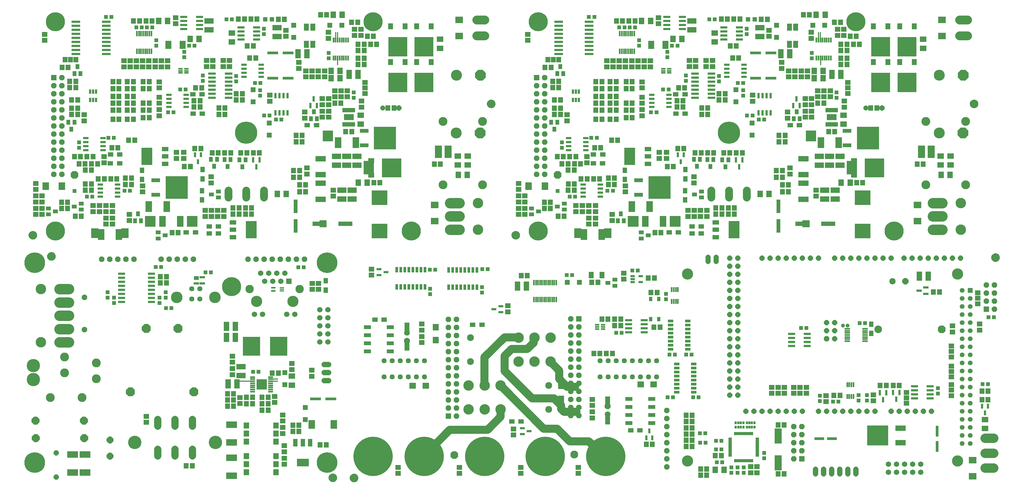
<source format=gts>
G75*
G70*
%OFA0B0*%
%FSLAX24Y24*%
%IPPOS*%
%LPD*%
%AMOC8*
5,1,8,0,0,1.08239X$1,22.5*
%
%ADD10R,0.1275X0.1700*%
%ADD11C,0.0120*%
%ADD12C,0.0140*%
%ADD13C,0.1000*%
%ADD14R,0.0671X0.0552*%
%ADD15R,0.0513X0.0474*%
%ADD16R,0.0671X0.0592*%
%ADD17R,0.0592X0.0671*%
%ADD18R,0.1143X0.0710*%
%ADD19R,0.0760X0.0270*%
%ADD20R,0.0474X0.0513*%
%ADD21R,0.0218X0.0710*%
%ADD22R,0.1080X0.0300*%
%ADD23R,0.0710X0.0790*%
%ADD24C,0.0973*%
%ADD25C,0.2759*%
%ADD26R,0.0552X0.0671*%
%ADD27R,0.0830X0.0530*%
%ADD28R,0.1375X0.2125*%
%ADD29R,0.0690X0.0316*%
%ADD30R,0.0474X0.0631*%
%ADD31R,0.0631X0.0474*%
%ADD32R,0.0789X0.1340*%
%ADD33R,0.0300X0.0680*%
%ADD34R,0.0300X0.0600*%
%ADD35R,0.1060X0.0450*%
%ADD36R,0.2770X0.2850*%
%ADD37R,0.0710X0.0789*%
%ADD38R,0.0860X0.0300*%
%ADD39R,0.0674X0.0674*%
%ADD40OC8,0.0674*%
%ADD41R,0.2444X0.2365*%
%ADD42R,0.0749X0.0592*%
%ADD43R,0.0789X0.0710*%
%ADD44R,0.1280X0.0680*%
%ADD45R,0.0260X0.0580*%
%ADD46R,0.1240X0.0770*%
%ADD47R,0.1360X0.0380*%
%ADD48R,0.0710X0.1143*%
%ADD49R,0.0790X0.0710*%
%ADD50R,0.0552X0.0552*%
%ADD51R,0.0631X0.0631*%
%ADD52R,0.0220X0.0640*%
%ADD53C,0.1360*%
%ADD54OC8,0.1360*%
%ADD55R,0.2365X0.2444*%
%ADD56R,0.0592X0.0749*%
%ADD57R,0.0316X0.0690*%
%ADD58R,0.0540X0.0220*%
%ADD59R,0.0300X0.0580*%
%ADD60R,0.0946X0.0316*%
%ADD61C,0.1100*%
%ADD62R,0.0510X0.1680*%
%ADD63R,0.0946X0.0789*%
%ADD64R,0.0789X0.0946*%
%ADD65OC8,0.0946*%
%ADD66R,0.0516X0.0516*%
%ADD67R,0.0909X0.1539*%
%ADD68R,0.0631X0.0907*%
%ADD69OC8,0.0640*%
%ADD70OC8,0.0600*%
%ADD71R,0.1939X0.1841*%
%ADD72C,0.1100*%
%ADD73R,0.1720X0.0550*%
%ADD74R,0.0640X0.0220*%
%ADD75R,0.1298X0.1298*%
%ADD76R,0.2165X0.2362*%
%ADD77OC8,0.0973*%
%ADD78C,0.0907*%
%ADD79R,0.1340X0.0789*%
%ADD80OC8,0.0840*%
%ADD81C,0.1653*%
%ADD82R,0.0678X0.0781*%
%ADD83R,0.0789X0.1064*%
%ADD84C,0.0674*%
%ADD85C,0.0674*%
%ADD86R,0.0560X0.0960*%
%ADD87R,0.1504X0.0953*%
%ADD88C,0.0640*%
%ADD89C,0.1436*%
%ADD90C,0.1039*%
%ADD91C,0.1386*%
%ADD92R,0.0520X0.0180*%
%ADD93R,0.0520X0.0200*%
%ADD94R,0.0600X0.0450*%
%ADD95R,0.0700X0.0300*%
%ADD96OC8,0.0680*%
%ADD97R,0.0867X0.0474*%
%ADD98R,0.0220X0.0710*%
%ADD99R,0.0600X0.0300*%
%ADD100R,0.2641X0.2483*%
%ADD101R,0.1261X0.0710*%
%ADD102R,0.1210X0.0380*%
%ADD103C,0.0477*%
%ADD104R,0.0660X0.0220*%
%ADD105R,0.0867X0.1852*%
%ADD106R,0.0680X0.0300*%
%ADD107OC8,0.0710*%
%ADD108C,0.0710*%
%ADD109R,0.0631X0.1497*%
%ADD110C,0.0640*%
%ADD111C,0.0946*%
%ADD112OC8,0.0634*%
%ADD113R,0.0320X0.0690*%
%ADD114R,0.0749X0.0789*%
%ADD115C,0.1299*%
%ADD116C,0.0848*%
%ADD117C,0.4885*%
%ADD118C,0.1172*%
%ADD119R,0.0690X0.0320*%
%ADD120R,0.0430X0.0580*%
%ADD121C,0.0595*%
%ADD122R,0.0595X0.0595*%
%ADD123R,0.0580X0.0300*%
%ADD124R,0.0631X0.0789*%
%ADD125R,0.0789X0.0749*%
%ADD126C,0.0634*%
%ADD127C,0.0103*%
%ADD128R,0.0277X0.0336*%
%ADD129R,0.0220X0.0600*%
%ADD130C,0.0050*%
%ADD131C,0.0780*%
%ADD132OC8,0.0780*%
%ADD133OC8,0.1100*%
%ADD134C,0.1299*%
%ADD135R,0.0380X0.1360*%
%ADD136R,0.0516X0.0516*%
%ADD137C,0.2365*%
%ADD138C,0.2562*%
%ADD139C,0.1650*%
D10*
X047478Y042822D03*
X107320Y042822D03*
D11*
X103458Y055597D02*
X103458Y056397D01*
X043615Y056397D02*
X043615Y055597D01*
X032840Y016322D02*
X031465Y016322D01*
D12*
X035215Y016347D02*
X036165Y016347D01*
X036165Y016597D02*
X035240Y016597D01*
X043365Y058672D02*
X043365Y059597D01*
X043590Y059597D02*
X043590Y058672D01*
X103208Y058672D02*
X103208Y059597D01*
X103433Y059597D02*
X103433Y058672D01*
D13*
X067890Y021847D02*
X067890Y021097D01*
X067115Y020322D01*
X065165Y020322D01*
X064315Y019472D01*
X064315Y017597D01*
X067715Y014197D01*
X070440Y014197D01*
X071290Y013347D01*
X071290Y012897D01*
X071665Y012522D01*
X073215Y012522D01*
X070790Y010447D02*
X069140Y010447D01*
X063890Y015697D01*
X063865Y015747D02*
X063790Y015747D01*
X061815Y015847D02*
X061765Y015797D01*
X061815Y015847D02*
X061815Y019297D01*
X064290Y021772D01*
X066015Y021772D01*
X069990Y018722D02*
X071065Y017647D01*
X071065Y016622D01*
X072040Y015647D01*
X073040Y015647D01*
X063815Y012897D02*
X063815Y011922D01*
X062190Y010297D01*
X057515Y010297D01*
X054665Y007447D01*
X070790Y010447D02*
X072365Y008872D01*
X074740Y008872D01*
X076290Y007322D01*
X076465Y007322D01*
D14*
X079921Y010234D03*
X081063Y010234D03*
X066336Y011322D03*
X065195Y011322D03*
X061486Y023347D03*
X060345Y023347D03*
X049361Y023972D03*
X048220Y023972D03*
X028836Y034672D03*
X028836Y035522D03*
X027695Y035522D03*
X027695Y034672D03*
X025986Y034797D03*
X024845Y034797D03*
X016586Y043372D03*
X015445Y043372D03*
X015470Y044472D03*
X016611Y044472D03*
X025695Y049547D03*
X026836Y049547D03*
X026811Y051922D03*
X025670Y051922D03*
X039845Y048097D03*
X040986Y048097D03*
X075312Y044472D03*
X076454Y044472D03*
X076429Y043372D03*
X075287Y043372D03*
X085537Y049547D03*
X086679Y049547D03*
X086654Y051922D03*
X085512Y051922D03*
X099687Y048097D03*
X100829Y048097D03*
X088679Y035522D03*
X088679Y034672D03*
X087537Y034672D03*
X087537Y035522D03*
X085829Y034797D03*
X084687Y034797D03*
D15*
X080800Y030072D03*
X080131Y030072D03*
X078800Y022322D03*
X078131Y022322D03*
X084731Y019622D03*
X085400Y019622D03*
X086806Y019622D03*
X087475Y019622D03*
X087656Y014347D03*
X088325Y014347D03*
X085175Y014347D03*
X084506Y014347D03*
X088506Y009872D03*
X089175Y009872D03*
X090506Y008922D03*
X091175Y008922D03*
X089200Y008697D03*
X088531Y008697D03*
X090506Y007872D03*
X091175Y007872D03*
X091275Y006272D03*
X090606Y006272D03*
X105006Y013797D03*
X105675Y013797D03*
X123531Y015972D03*
X124200Y015972D03*
X108975Y023547D03*
X108306Y023547D03*
X101700Y022922D03*
X101031Y022922D03*
X124256Y024272D03*
X124925Y024272D03*
X077718Y039972D03*
X077048Y039972D03*
X073043Y039247D03*
X072373Y039247D03*
X075048Y046547D03*
X075718Y046547D03*
X082448Y049697D03*
X083118Y049697D03*
X083948Y052547D03*
X084618Y052547D03*
X093198Y053347D03*
X093868Y053347D03*
X093858Y052432D03*
X093858Y051762D03*
X095798Y048797D03*
X096468Y048797D03*
X085718Y057972D03*
X085048Y057972D03*
X080468Y060247D03*
X079798Y060247D03*
X079168Y060247D03*
X078498Y060247D03*
X075418Y061522D03*
X074748Y061522D03*
X036625Y048797D03*
X035956Y048797D03*
X034015Y051762D03*
X034015Y052432D03*
X034025Y053347D03*
X033356Y053347D03*
X024775Y052547D03*
X024106Y052547D03*
X023275Y049697D03*
X022606Y049697D03*
X015875Y046547D03*
X015206Y046547D03*
X017206Y039972D03*
X017875Y039972D03*
X013200Y039247D03*
X012531Y039247D03*
X027231Y029847D03*
X027900Y029847D03*
X033131Y017497D03*
X033800Y017497D03*
X055031Y030172D03*
X055700Y030172D03*
X061531Y030247D03*
X062200Y030247D03*
X025875Y057972D03*
X025206Y057972D03*
X020625Y060247D03*
X019956Y060247D03*
X019325Y060247D03*
X018656Y060247D03*
X015575Y061522D03*
X014906Y061522D03*
D16*
X007315Y059371D03*
X007315Y058623D03*
X017140Y056096D03*
X017140Y055348D03*
X017890Y055348D03*
X017890Y056096D03*
X018665Y056096D03*
X018665Y055348D03*
X019440Y055348D03*
X019440Y056096D03*
X020215Y056096D03*
X020215Y055348D03*
X020990Y055348D03*
X020990Y056096D03*
X021765Y056096D03*
X021765Y055348D03*
X022540Y055348D03*
X022540Y056096D03*
X021490Y053471D03*
X021490Y052723D03*
X021490Y051571D03*
X021490Y050823D03*
X021490Y050026D03*
X021490Y049278D03*
X012190Y049396D03*
X012190Y048648D03*
X014665Y044196D03*
X014665Y043448D03*
X019440Y040571D03*
X019440Y039823D03*
X015715Y038121D03*
X015715Y037373D03*
X015715Y036571D03*
X014890Y036571D03*
X014890Y037373D03*
X014890Y038121D03*
X014090Y038121D03*
X014090Y037373D03*
X013290Y037373D03*
X013290Y038121D03*
X014890Y035823D03*
X015715Y035823D03*
X017790Y036273D03*
X017790Y037021D03*
X027190Y036773D03*
X027190Y037521D03*
X027965Y037521D03*
X027965Y036773D03*
X028740Y036773D03*
X028740Y037521D03*
X029515Y037521D03*
X029515Y036773D03*
X027940Y040948D03*
X027940Y041696D03*
X024540Y043973D03*
X023640Y043973D03*
X023640Y044721D03*
X024540Y044721D03*
X035190Y051073D03*
X035190Y051821D03*
X039540Y049721D03*
X041715Y049846D03*
X041715Y049098D03*
X042490Y049098D03*
X042490Y049846D03*
X042490Y050648D03*
X042490Y051396D03*
X041715Y051396D03*
X041715Y050648D03*
X043265Y051623D03*
X043265Y052371D03*
X044040Y052371D03*
X044040Y051623D03*
X044815Y051623D03*
X044815Y052371D03*
X046990Y052053D03*
X046990Y052722D03*
X046990Y053391D03*
X046565Y051096D03*
X046565Y050348D03*
X039540Y048973D03*
X039665Y054098D03*
X039665Y054846D03*
X040440Y054846D03*
X040440Y054098D03*
X041215Y054098D03*
X041215Y054846D03*
X041990Y054846D03*
X041990Y054098D03*
X038790Y055148D03*
X038790Y055896D03*
X042465Y058873D03*
X042465Y059621D03*
X045715Y059248D03*
X045715Y059996D03*
X046490Y059996D03*
X046490Y059248D03*
X037215Y059123D03*
X037215Y059871D03*
X030215Y056121D03*
X030215Y055373D03*
X029440Y055373D03*
X029440Y056121D03*
X028140Y056121D03*
X028140Y055373D03*
X027365Y055373D03*
X027365Y056121D03*
X023540Y060698D03*
X023540Y061446D03*
X039815Y042796D03*
X039815Y042048D03*
X043065Y040046D03*
X043065Y039298D03*
X047815Y030246D03*
X047815Y029498D03*
X041240Y028471D03*
X041240Y027723D03*
X040465Y027723D03*
X040465Y028471D03*
X054040Y023421D03*
X054040Y022673D03*
X054040Y021871D03*
X054040Y021123D03*
X064715Y024948D03*
X064715Y025696D03*
X079065Y028998D03*
X079065Y029746D03*
X075558Y035823D03*
X074733Y035823D03*
X074733Y036571D03*
X074733Y037373D03*
X074733Y038121D03*
X073933Y038121D03*
X073933Y037373D03*
X073133Y037373D03*
X073133Y038121D03*
X075558Y038121D03*
X075558Y037373D03*
X075558Y036571D03*
X077633Y036273D03*
X077633Y037021D03*
X079283Y039823D03*
X079283Y040571D03*
X083483Y043973D03*
X084383Y043973D03*
X084383Y044721D03*
X083483Y044721D03*
X087783Y041696D03*
X087783Y040948D03*
X087808Y037521D03*
X087808Y036773D03*
X088583Y036773D03*
X088583Y037521D03*
X089358Y037521D03*
X089358Y036773D03*
X087033Y036773D03*
X087033Y037521D03*
X099658Y042048D03*
X099658Y042796D03*
X102908Y040046D03*
X102908Y039298D03*
X099383Y048973D03*
X099383Y049721D03*
X101558Y049846D03*
X101558Y049098D03*
X102333Y049098D03*
X102333Y049846D03*
X102333Y050648D03*
X102333Y051396D03*
X101558Y051396D03*
X101558Y050648D03*
X103108Y051623D03*
X103108Y052371D03*
X103883Y052371D03*
X103883Y051623D03*
X104658Y051623D03*
X104658Y052371D03*
X106408Y051096D03*
X106408Y050348D03*
X106833Y052053D03*
X106833Y052722D03*
X106833Y053391D03*
X101833Y054098D03*
X101833Y054846D03*
X101058Y054846D03*
X101058Y054098D03*
X100283Y054098D03*
X100283Y054846D03*
X099508Y054846D03*
X099508Y054098D03*
X098633Y055148D03*
X098633Y055896D03*
X102308Y058873D03*
X102308Y059621D03*
X105558Y059248D03*
X105558Y059996D03*
X106333Y059996D03*
X106333Y059248D03*
X097058Y059123D03*
X097058Y059871D03*
X090058Y056121D03*
X090058Y055373D03*
X089283Y055373D03*
X089283Y056121D03*
X087983Y056121D03*
X087983Y055373D03*
X087208Y055373D03*
X087208Y056121D03*
X082383Y056096D03*
X082383Y055348D03*
X081608Y055348D03*
X081608Y056096D03*
X080833Y056096D03*
X080833Y055348D03*
X080058Y055348D03*
X080058Y056096D03*
X079283Y056096D03*
X079283Y055348D03*
X078508Y055348D03*
X078508Y056096D03*
X077733Y056096D03*
X077733Y055348D03*
X076983Y055348D03*
X076983Y056096D03*
X081333Y053471D03*
X081333Y052723D03*
X081333Y051571D03*
X081333Y050823D03*
X081333Y050026D03*
X081333Y049278D03*
X072033Y049396D03*
X072033Y048648D03*
X074508Y044196D03*
X074508Y043448D03*
X066808Y039321D03*
X066808Y038573D03*
X066033Y038573D03*
X066033Y039321D03*
X066033Y040123D03*
X066033Y040871D03*
X066033Y037771D03*
X066808Y037771D03*
X066808Y037023D03*
X066033Y037023D03*
X095033Y051073D03*
X095033Y051821D03*
X083383Y060698D03*
X083383Y061446D03*
X067158Y059371D03*
X067158Y058623D03*
X006965Y039321D03*
X006965Y038573D03*
X006190Y038573D03*
X006190Y039321D03*
X006190Y040123D03*
X006190Y040871D03*
X006190Y037771D03*
X006965Y037771D03*
X006965Y037023D03*
X006190Y037023D03*
X030565Y019446D03*
X030565Y018698D03*
X030565Y017896D03*
X030565Y017148D03*
X031515Y014306D03*
X031515Y013558D03*
X035790Y013698D03*
X035790Y014446D03*
X036815Y012146D03*
X036815Y011398D03*
X036815Y010596D03*
X036815Y009848D03*
X037015Y008321D03*
X037015Y007573D03*
X037015Y006771D03*
X037015Y006023D03*
X051115Y005646D03*
X051115Y004898D03*
X058690Y004898D03*
X058690Y005646D03*
X066290Y005646D03*
X066290Y004898D03*
X073440Y004898D03*
X073440Y005646D03*
X065390Y009654D03*
X065390Y010402D03*
X075165Y011773D03*
X075165Y012521D03*
X075165Y013323D03*
X075165Y014071D03*
X094790Y005721D03*
X095565Y005721D03*
X095565Y004973D03*
X094790Y004973D03*
X104140Y013798D03*
X104140Y014546D03*
X101690Y014823D03*
X101690Y015571D03*
X100915Y015571D03*
X100915Y014823D03*
X100140Y014823D03*
X100140Y015571D03*
X098965Y015571D03*
X098965Y014823D03*
X098190Y014823D03*
X098190Y015571D03*
X097415Y015571D03*
X097415Y014823D03*
X109990Y014646D03*
X109990Y013898D03*
X114090Y013603D03*
X114090Y014272D03*
X114090Y014941D03*
X119665Y015222D03*
X119665Y014553D03*
X119665Y015891D03*
X119665Y016878D03*
X119665Y017547D03*
X119665Y018216D03*
X119665Y019353D03*
X119665Y020022D03*
X119665Y020691D03*
X119815Y022448D03*
X119815Y023196D03*
X123165Y023421D03*
X123165Y022673D03*
X122940Y025953D03*
X122940Y026622D03*
X122940Y027291D03*
X040390Y017696D03*
X037940Y017773D03*
X037940Y018521D03*
X040390Y016948D03*
X019890Y011971D03*
X019890Y011223D03*
D17*
X024841Y005822D03*
X025589Y005822D03*
X038066Y010097D03*
X038814Y010097D03*
X038814Y010872D03*
X038066Y010872D03*
X034989Y012747D03*
X034241Y012747D03*
X034241Y013522D03*
X034989Y013522D03*
X034989Y014322D03*
X034241Y014322D03*
X033064Y014322D03*
X032316Y014322D03*
X032316Y013547D03*
X033064Y013547D03*
X030714Y013222D03*
X029966Y013222D03*
X029966Y013997D03*
X030714Y013997D03*
X030714Y014772D03*
X029966Y014772D03*
X035516Y017347D03*
X036264Y017347D03*
X041441Y008422D03*
X042189Y008422D03*
X075366Y019772D03*
X076114Y019772D03*
X076916Y019772D03*
X077664Y019772D03*
X077941Y023247D03*
X078689Y023247D03*
X078689Y024022D03*
X077941Y024022D03*
X077114Y024022D03*
X076366Y024022D03*
X082816Y023022D03*
X083564Y023022D03*
X083189Y027322D03*
X082441Y027322D03*
X082116Y029147D03*
X082864Y029147D03*
X075864Y028597D03*
X075116Y028597D03*
X067114Y029447D03*
X066366Y029447D03*
X070934Y036797D03*
X071682Y036797D03*
X069982Y037772D03*
X069234Y037772D03*
X069234Y038547D03*
X069982Y038547D03*
X072184Y040035D03*
X072932Y040035D03*
X072938Y040816D03*
X072190Y040816D03*
X073784Y041447D03*
X074532Y041447D03*
X075334Y041447D03*
X076082Y041447D03*
X077159Y041529D03*
X077907Y041529D03*
X077907Y040747D03*
X077159Y040747D03*
X072928Y042523D03*
X072180Y042523D03*
X072157Y043297D03*
X071409Y043297D03*
X071582Y044197D03*
X070834Y044197D03*
X072384Y044197D03*
X073132Y044197D03*
X072959Y043297D03*
X073707Y043297D03*
X075463Y045291D03*
X076211Y045291D03*
X077559Y046247D03*
X078307Y046247D03*
X078132Y048822D03*
X077384Y048822D03*
X076357Y048822D03*
X075609Y048822D03*
X075609Y049972D03*
X076357Y049972D03*
X076357Y050822D03*
X075609Y050822D03*
X075609Y051667D03*
X076357Y051667D03*
X076357Y052647D03*
X075609Y052647D03*
X075609Y053497D03*
X076357Y053497D03*
X077384Y053497D03*
X078132Y053497D03*
X079359Y053497D03*
X080107Y053497D03*
X080107Y052647D03*
X079359Y052647D03*
X078132Y052647D03*
X077384Y052647D03*
X077384Y051667D03*
X078132Y051667D03*
X078132Y050822D03*
X077384Y050822D03*
X077384Y049971D03*
X078132Y049971D03*
X079359Y049972D03*
X080107Y049972D03*
X080107Y050822D03*
X079359Y050822D03*
X079359Y049047D03*
X080107Y049047D03*
X085659Y050372D03*
X086407Y050372D03*
X086407Y051147D03*
X085659Y051147D03*
X085859Y052722D03*
X086607Y052722D03*
X090884Y051997D03*
X091632Y051997D03*
X091632Y051222D03*
X090884Y051222D03*
X089482Y050222D03*
X088734Y050222D03*
X088734Y049447D03*
X089482Y049447D03*
X098309Y046822D03*
X099057Y046822D03*
X099057Y046022D03*
X098309Y046022D03*
X093757Y044672D03*
X093009Y044672D03*
X092207Y044672D03*
X091459Y044672D03*
X090207Y044672D03*
X089459Y044672D03*
X088657Y044672D03*
X087909Y044672D03*
X086507Y045197D03*
X085759Y045197D03*
X085207Y042972D03*
X084459Y042972D03*
X090484Y037847D03*
X091232Y037847D03*
X092034Y037847D03*
X092782Y037847D03*
X092782Y037072D03*
X092034Y037072D03*
X091232Y037072D03*
X090484Y037072D03*
X083682Y034772D03*
X082934Y034772D03*
X097984Y041622D03*
X098732Y041622D03*
X098732Y042472D03*
X097984Y042472D03*
X098734Y040697D03*
X099482Y040697D03*
X099482Y039847D03*
X098734Y039847D03*
X107934Y040972D03*
X108682Y040972D03*
X115434Y043272D03*
X116182Y043272D03*
X105207Y047297D03*
X104459Y047297D03*
X109684Y050247D03*
X110432Y050247D03*
X103857Y050822D03*
X103109Y050822D03*
X105984Y055622D03*
X106732Y055622D03*
X106732Y056397D03*
X105984Y056397D03*
X105984Y057372D03*
X106732Y057372D03*
X106732Y058147D03*
X105984Y058147D03*
X107534Y058147D03*
X108282Y058147D03*
X107882Y059147D03*
X107134Y059147D03*
X105932Y060872D03*
X105184Y060872D03*
X102082Y061797D03*
X101334Y061797D03*
X096857Y061247D03*
X096109Y061247D03*
X093457Y061272D03*
X092709Y061272D03*
X091907Y061272D03*
X091159Y061272D03*
X092259Y057922D03*
X093007Y057922D03*
X093307Y056422D03*
X092559Y056422D03*
X080457Y061022D03*
X079709Y061022D03*
X078907Y061022D03*
X078159Y061022D03*
X071002Y056222D03*
X070333Y056222D03*
X069664Y056222D03*
X069309Y055272D03*
X070057Y055272D03*
X070259Y053547D03*
X071007Y053547D03*
X071007Y052772D03*
X070259Y052772D03*
X070484Y051247D03*
X071232Y051247D03*
X071232Y050197D03*
X070484Y050197D03*
X070484Y049422D03*
X071232Y049422D03*
X056339Y043272D03*
X055591Y043272D03*
X048839Y040972D03*
X048091Y040972D03*
X039639Y040697D03*
X038891Y040697D03*
X038891Y039847D03*
X039639Y039847D03*
X038889Y041622D03*
X038141Y041622D03*
X038141Y042472D03*
X038889Y042472D03*
X033914Y044672D03*
X033166Y044672D03*
X032364Y044672D03*
X031616Y044672D03*
X030364Y044672D03*
X029616Y044672D03*
X028814Y044672D03*
X028066Y044672D03*
X026664Y045197D03*
X025916Y045197D03*
X025364Y042972D03*
X024616Y042972D03*
X018064Y041529D03*
X017316Y041529D03*
X016239Y041447D03*
X015491Y041447D03*
X014689Y041447D03*
X013941Y041447D03*
X013096Y040816D03*
X012348Y040816D03*
X012341Y040035D03*
X013089Y040035D03*
X010139Y038547D03*
X009391Y038547D03*
X009391Y037772D03*
X010139Y037772D03*
X011091Y036797D03*
X011839Y036797D03*
X017316Y040747D03*
X018064Y040747D03*
X013864Y043297D03*
X013116Y043297D03*
X013085Y042523D03*
X012337Y042523D03*
X012314Y043297D03*
X011566Y043297D03*
X011739Y044197D03*
X010991Y044197D03*
X012541Y044197D03*
X013289Y044197D03*
X015620Y045291D03*
X016369Y045291D03*
X017716Y046247D03*
X018464Y046247D03*
X018289Y048822D03*
X017541Y048822D03*
X016514Y048822D03*
X015766Y048822D03*
X015766Y049972D03*
X016514Y049972D03*
X016514Y050822D03*
X015766Y050822D03*
X017541Y050822D03*
X018289Y050822D03*
X018289Y049971D03*
X017541Y049971D03*
X019516Y049972D03*
X020264Y049972D03*
X020264Y050822D03*
X019516Y050822D03*
X018289Y051667D03*
X017541Y051667D03*
X017541Y052647D03*
X018289Y052647D03*
X019516Y052647D03*
X020264Y052647D03*
X020264Y053497D03*
X019516Y053497D03*
X018289Y053497D03*
X017541Y053497D03*
X016514Y053497D03*
X015766Y053497D03*
X015766Y052647D03*
X016514Y052647D03*
X016514Y051667D03*
X015766Y051667D03*
X011389Y051247D03*
X010641Y051247D03*
X010641Y050197D03*
X011389Y050197D03*
X011389Y049422D03*
X010641Y049422D03*
X010416Y052772D03*
X011164Y052772D03*
X011164Y053547D03*
X010416Y053547D03*
X010214Y055272D03*
X009466Y055272D03*
X009821Y056222D03*
X010490Y056222D03*
X011160Y056222D03*
X018316Y061022D03*
X019064Y061022D03*
X019866Y061022D03*
X020614Y061022D03*
X031316Y061272D03*
X032064Y061272D03*
X032866Y061272D03*
X033614Y061272D03*
X036266Y061247D03*
X037014Y061247D03*
X041491Y061797D03*
X042239Y061797D03*
X045341Y060872D03*
X046089Y060872D03*
X047291Y059147D03*
X048039Y059147D03*
X047691Y058147D03*
X048439Y058147D03*
X046889Y058147D03*
X046141Y058147D03*
X046141Y057372D03*
X046889Y057372D03*
X046889Y056397D03*
X046141Y056397D03*
X046141Y055622D03*
X046889Y055622D03*
X044014Y050822D03*
X043266Y050822D03*
X049841Y050247D03*
X050589Y050247D03*
X045364Y047297D03*
X044616Y047297D03*
X039214Y046822D03*
X038466Y046822D03*
X038466Y046022D03*
X039214Y046022D03*
X031789Y051222D03*
X031041Y051222D03*
X031041Y051997D03*
X031789Y051997D03*
X029639Y050222D03*
X028891Y050222D03*
X028891Y049447D03*
X029639Y049447D03*
X026564Y050372D03*
X025816Y050372D03*
X025816Y051147D03*
X026564Y051147D03*
X026764Y052722D03*
X026016Y052722D03*
X020264Y049047D03*
X019516Y049047D03*
X032716Y056422D03*
X033464Y056422D03*
X033164Y057922D03*
X032416Y057922D03*
X032191Y037847D03*
X032939Y037847D03*
X031389Y037847D03*
X030641Y037847D03*
X030641Y037072D03*
X031389Y037072D03*
X032191Y037072D03*
X032939Y037072D03*
X023839Y034772D03*
X023091Y034772D03*
X022389Y029297D03*
X021641Y029297D03*
X021641Y028522D03*
X022389Y028522D03*
X081866Y008497D03*
X082614Y008497D03*
X086791Y008222D03*
X087539Y008222D03*
X087539Y008997D03*
X086791Y008997D03*
X086791Y009772D03*
X087539Y009772D03*
X087539Y010547D03*
X086791Y010547D03*
X086791Y011322D03*
X087539Y011322D03*
X087539Y012097D03*
X086791Y012097D03*
X090416Y007097D03*
X091164Y007097D03*
X089339Y005447D03*
X088591Y005447D03*
X088591Y004672D03*
X089339Y004672D03*
X098191Y004847D03*
X098939Y004847D03*
X098939Y010897D03*
X098191Y010897D03*
X105116Y014572D03*
X105864Y014572D03*
X110841Y015797D03*
X111589Y015797D03*
X112466Y015797D03*
X113214Y015797D03*
X123466Y015097D03*
X124214Y015097D03*
X124214Y014022D03*
X123466Y014022D03*
X118189Y027397D03*
X117441Y027397D03*
D18*
X105258Y038921D03*
X103983Y038921D03*
X103983Y040023D03*
X105258Y040023D03*
X105858Y043121D03*
X104583Y043121D03*
X103308Y043121D03*
X103308Y044223D03*
X104583Y044223D03*
X105858Y044223D03*
X095933Y059096D03*
X095933Y060198D03*
X087508Y059946D03*
X087508Y061048D03*
X046015Y044223D03*
X044740Y044223D03*
X043465Y044223D03*
X043465Y043121D03*
X044740Y043121D03*
X046015Y043121D03*
X045415Y040023D03*
X044140Y040023D03*
X044140Y038921D03*
X045415Y038921D03*
X036090Y059096D03*
X036090Y060198D03*
X027665Y059946D03*
X027665Y061048D03*
X031640Y018148D03*
X031640Y017046D03*
D19*
X024395Y057692D03*
X024395Y057942D03*
X024395Y058202D03*
X024395Y058452D03*
X022635Y058452D03*
X022635Y058202D03*
X022635Y057942D03*
X022635Y057692D03*
X082478Y057692D03*
X082478Y057942D03*
X082478Y058202D03*
X082478Y058452D03*
X084238Y058452D03*
X084238Y058202D03*
X084238Y057942D03*
X084238Y057692D03*
D20*
X084458Y057207D03*
X084458Y056537D03*
X086758Y054282D03*
X086758Y053612D03*
X090883Y053537D03*
X090883Y054207D03*
X094348Y049297D03*
X095018Y049297D03*
X105433Y051512D03*
X105433Y052182D03*
X102358Y056412D03*
X102358Y057082D03*
X094308Y059387D03*
X094308Y060057D03*
X090343Y061222D03*
X089673Y061222D03*
X080983Y058632D03*
X080983Y057962D03*
X071408Y045957D03*
X071408Y045287D03*
X045590Y051512D03*
X045590Y052182D03*
X042515Y056412D03*
X042515Y057082D03*
X034465Y059387D03*
X034465Y060057D03*
X030500Y061222D03*
X029831Y061222D03*
X024615Y057207D03*
X024615Y056537D03*
X026915Y054282D03*
X026915Y053612D03*
X031040Y053537D03*
X031040Y054207D03*
X021140Y057962D03*
X021140Y058632D03*
X034506Y049297D03*
X035175Y049297D03*
X011565Y045957D03*
X011565Y045287D03*
X021081Y030497D03*
X021750Y030497D03*
X022315Y027382D03*
X022315Y026712D03*
X021540Y026707D03*
X021540Y026037D03*
X022331Y025397D03*
X023000Y025397D03*
X015890Y026037D03*
X015890Y026707D03*
X015115Y026687D03*
X015115Y027357D03*
X038731Y030472D03*
X039400Y030472D03*
X055065Y027807D03*
X055065Y027137D03*
X061490Y027337D03*
X061490Y028007D03*
X072006Y029497D03*
X072675Y029497D03*
X084290Y027157D03*
X084290Y026487D03*
X103365Y014532D03*
X103365Y013862D03*
X108165Y013937D03*
X108165Y014607D03*
X109215Y014607D03*
X109215Y013937D03*
X117990Y014787D03*
X117990Y015457D03*
X096465Y007432D03*
X096465Y006762D03*
X093940Y005632D03*
X093940Y004962D03*
X093165Y004962D03*
X093165Y005632D03*
X092390Y005632D03*
X092390Y004962D03*
D21*
X080369Y057270D03*
X080113Y057270D03*
X079857Y057270D03*
X079601Y057270D03*
X079345Y057270D03*
X079089Y057270D03*
X078833Y057270D03*
X078577Y057270D03*
X078577Y059474D03*
X078833Y059474D03*
X079089Y059474D03*
X079345Y059474D03*
X079601Y059474D03*
X079857Y059474D03*
X080113Y059474D03*
X080369Y059474D03*
X020526Y059474D03*
X020270Y059474D03*
X020014Y059474D03*
X019759Y059474D03*
X019503Y059474D03*
X019247Y059474D03*
X018991Y059474D03*
X018735Y059474D03*
X018735Y057270D03*
X018991Y057270D03*
X019247Y057270D03*
X019503Y057270D03*
X019759Y057270D03*
X020014Y057270D03*
X020270Y057270D03*
X020526Y057270D03*
D22*
X014920Y057447D03*
X014920Y056947D03*
X014920Y057947D03*
X014920Y058447D03*
X014920Y058947D03*
X014920Y059447D03*
X014920Y059947D03*
X014920Y060447D03*
X014920Y060947D03*
X011160Y060947D03*
X011160Y060447D03*
X011160Y059947D03*
X011160Y059447D03*
X011160Y058947D03*
X011160Y058447D03*
X011160Y057947D03*
X011160Y057447D03*
X011160Y056947D03*
X071003Y056947D03*
X071003Y057447D03*
X071003Y057947D03*
X071003Y058447D03*
X071003Y058947D03*
X071003Y059447D03*
X071003Y059947D03*
X071003Y060447D03*
X071003Y060947D03*
X074763Y060947D03*
X074763Y060447D03*
X074763Y059947D03*
X074763Y059447D03*
X074763Y058947D03*
X074763Y058447D03*
X074763Y057947D03*
X074763Y057447D03*
X074763Y056947D03*
D23*
X081273Y061022D03*
X082393Y061022D03*
X102898Y061797D03*
X104018Y061797D03*
X105998Y040972D03*
X107118Y040972D03*
X047275Y040972D03*
X046156Y040972D03*
X022550Y061022D03*
X021431Y061022D03*
X043056Y061797D03*
X044175Y061797D03*
D24*
X034452Y040015D02*
X034452Y039130D01*
X032252Y039130D02*
X032252Y040015D01*
X030052Y040015D02*
X030052Y039130D01*
X089895Y039130D02*
X089895Y040015D01*
X092095Y040015D02*
X092095Y039130D01*
X094295Y039130D02*
X094295Y040015D01*
D25*
X092095Y047173D03*
X032252Y047173D03*
D26*
X026865Y042593D03*
X026865Y041451D03*
X026815Y039968D03*
X026815Y038826D03*
X019365Y041376D03*
X019365Y042518D03*
X042140Y028793D03*
X042140Y027651D03*
X079208Y041376D03*
X079208Y042518D03*
X086708Y042593D03*
X086708Y041451D03*
X086658Y039968D03*
X086658Y038826D03*
X109740Y023418D03*
X109740Y022276D03*
D27*
X090473Y034212D03*
X090473Y035122D03*
X090473Y036032D03*
X082068Y043312D03*
X082068Y044222D03*
X082068Y045132D03*
X030630Y036032D03*
X030630Y035122D03*
X030630Y034212D03*
X022225Y043312D03*
X022225Y044222D03*
X022225Y045132D03*
D28*
X019955Y044222D03*
X032900Y035122D03*
X079798Y044222D03*
X092743Y035122D03*
D29*
X076171Y039224D03*
X076171Y039724D03*
X076171Y040224D03*
X076171Y040724D03*
X074045Y040724D03*
X074045Y040224D03*
X074045Y039724D03*
X074045Y039224D03*
X074371Y044999D03*
X074371Y045499D03*
X074371Y045999D03*
X074371Y046499D03*
X072245Y046499D03*
X072245Y045999D03*
X072245Y045499D03*
X072245Y044999D03*
X082545Y050374D03*
X082545Y050874D03*
X082545Y051374D03*
X082545Y051874D03*
X084671Y051874D03*
X084671Y051374D03*
X084671Y050874D03*
X084671Y050374D03*
X091845Y054099D03*
X091845Y054599D03*
X091845Y055099D03*
X091845Y055599D03*
X093971Y055599D03*
X093971Y055099D03*
X093971Y054599D03*
X093971Y054099D03*
X034128Y054099D03*
X034128Y054599D03*
X034128Y055099D03*
X034128Y055599D03*
X032002Y055599D03*
X032002Y055099D03*
X032002Y054599D03*
X032002Y054099D03*
X024828Y051874D03*
X024828Y051374D03*
X024828Y050874D03*
X024828Y050374D03*
X022702Y050374D03*
X022702Y050874D03*
X022702Y051374D03*
X022702Y051874D03*
X014528Y046499D03*
X014528Y045999D03*
X014528Y045499D03*
X014528Y044999D03*
X012402Y044999D03*
X012402Y045499D03*
X012402Y045999D03*
X012402Y046499D03*
X014202Y040724D03*
X014202Y040224D03*
X014202Y039724D03*
X014202Y039224D03*
X016328Y039224D03*
X016328Y039724D03*
X016328Y040224D03*
X016328Y040724D03*
D30*
X018865Y037105D03*
X018491Y036239D03*
X019239Y036239D03*
X028290Y042989D03*
X027916Y043855D03*
X028664Y043855D03*
X029591Y043830D03*
X030339Y043830D03*
X029965Y042964D03*
X031441Y043805D03*
X032189Y043805D03*
X031815Y042939D03*
X040291Y048914D03*
X041039Y048914D03*
X040665Y049780D03*
X070084Y048480D03*
X070832Y048480D03*
X070458Y047614D03*
X070834Y054489D03*
X071582Y054489D03*
X071208Y055355D03*
X087759Y043855D03*
X088507Y043855D03*
X089434Y043830D03*
X090182Y043830D03*
X089808Y042964D03*
X088133Y042989D03*
X091284Y043805D03*
X092032Y043805D03*
X091658Y042939D03*
X100134Y048914D03*
X100882Y048914D03*
X100508Y049780D03*
X078708Y037105D03*
X079082Y036239D03*
X078334Y036239D03*
X010989Y048480D03*
X010241Y048480D03*
X010615Y047614D03*
X010991Y054489D03*
X011739Y054489D03*
X011365Y055355D03*
D31*
X028848Y039871D03*
X028848Y039123D03*
X027982Y039497D03*
X021382Y034796D03*
X021382Y034048D03*
X022248Y034422D03*
X011848Y037623D03*
X010982Y037997D03*
X011848Y038371D03*
X008648Y037397D03*
X007782Y037023D03*
X007782Y037771D03*
X067625Y037771D03*
X068491Y037397D03*
X067625Y037023D03*
X070825Y037997D03*
X071691Y037623D03*
X071691Y038371D03*
X081225Y034796D03*
X081225Y034048D03*
X082091Y034422D03*
X087825Y039497D03*
X088691Y039123D03*
X088691Y039871D03*
X077973Y028921D03*
X077973Y028173D03*
X077107Y028547D03*
D32*
X076335Y034522D03*
X074131Y034522D03*
X080056Y037997D03*
X082260Y037997D03*
X081731Y036172D03*
X083935Y036172D03*
X103506Y045947D03*
X105710Y045947D03*
X045868Y045947D03*
X043663Y045947D03*
X024093Y036172D03*
X021888Y036172D03*
X022418Y037997D03*
X020213Y037997D03*
X016493Y034522D03*
X014288Y034522D03*
D33*
X033540Y042947D03*
X033140Y043797D03*
X033940Y043797D03*
X040240Y050522D03*
X041040Y050522D03*
X040640Y051372D03*
X092983Y043797D03*
X093783Y043797D03*
X093383Y042947D03*
X100083Y050522D03*
X100883Y050522D03*
X100483Y051372D03*
X110790Y014897D03*
X111590Y014897D03*
X112440Y014947D03*
X113240Y014947D03*
X112840Y014097D03*
X111190Y014047D03*
D34*
X123470Y013252D03*
X124210Y013252D03*
X123840Y012392D03*
X082610Y009317D03*
X081870Y009317D03*
X082240Y010177D03*
X086133Y043567D03*
X086503Y044427D03*
X085763Y044427D03*
X026660Y044427D03*
X025920Y044427D03*
X026290Y043567D03*
D35*
X021072Y041255D03*
X021072Y039455D03*
X046895Y045597D03*
X046895Y047397D03*
X080914Y041255D03*
X080914Y039455D03*
X106738Y045597D03*
X106738Y047397D03*
D36*
X109318Y046497D03*
X083494Y040355D03*
X049475Y046497D03*
X023652Y040355D03*
D37*
X036139Y039572D03*
X037242Y039572D03*
X058564Y041947D03*
X059667Y041947D03*
X043917Y053947D03*
X042814Y053947D03*
X042814Y054822D03*
X043917Y054822D03*
X026442Y058797D03*
X025339Y058797D03*
X085182Y058797D03*
X086284Y058797D03*
X102657Y054822D03*
X103759Y054822D03*
X103759Y053947D03*
X102657Y053947D03*
X118407Y041947D03*
X119509Y041947D03*
X097084Y039572D03*
X095982Y039572D03*
X091517Y005322D03*
X090414Y005322D03*
D38*
X115095Y014197D03*
X115095Y014697D03*
X115095Y015197D03*
X115095Y015697D03*
X117035Y015697D03*
X117035Y015197D03*
X117035Y014697D03*
X117035Y014197D03*
X101810Y020697D03*
X101810Y021197D03*
X101810Y021697D03*
X101810Y022197D03*
X099870Y022197D03*
X099870Y021697D03*
X099870Y021197D03*
X099870Y020697D03*
X081610Y022397D03*
X081610Y022897D03*
X081610Y023397D03*
X081610Y023897D03*
X079670Y023897D03*
X079670Y023397D03*
X079670Y022897D03*
X079670Y022397D03*
X020540Y026172D03*
X020540Y026672D03*
X020540Y027172D03*
X020540Y027672D03*
X020540Y028172D03*
X020540Y028672D03*
X020540Y029172D03*
X020540Y029672D03*
X016840Y029672D03*
X016840Y029172D03*
X016840Y028672D03*
X016840Y028172D03*
X016840Y027672D03*
X016840Y027172D03*
X016840Y026672D03*
X016840Y026172D03*
X031620Y058747D03*
X031620Y059247D03*
X031620Y059747D03*
X031620Y060247D03*
X033560Y060247D03*
X033560Y059747D03*
X033560Y059247D03*
X033560Y058747D03*
X026485Y060047D03*
X026485Y060547D03*
X026485Y061047D03*
X026485Y061547D03*
X024545Y061547D03*
X024545Y061047D03*
X024545Y060547D03*
X024545Y060047D03*
X084388Y060047D03*
X084388Y060547D03*
X084388Y061047D03*
X084388Y061547D03*
X086328Y061547D03*
X086328Y061047D03*
X086328Y060547D03*
X086328Y060047D03*
X091463Y060247D03*
X091463Y059747D03*
X091463Y059247D03*
X091463Y058747D03*
X093403Y058747D03*
X093403Y059247D03*
X093403Y059747D03*
X093403Y060247D03*
D39*
X068265Y053988D03*
X037556Y028746D03*
X057351Y012011D03*
X073493Y024067D03*
X101140Y006697D03*
X123990Y025272D03*
X008422Y053988D03*
D40*
X008422Y052988D03*
X009422Y052988D03*
X009422Y053988D03*
X009422Y051988D03*
X008422Y051988D03*
X008422Y050988D03*
X009422Y050988D03*
X009422Y049988D03*
X008422Y049988D03*
X008422Y048988D03*
X008422Y047988D03*
X009422Y047988D03*
X009422Y048988D03*
X009422Y046988D03*
X008422Y046988D03*
X008422Y045988D03*
X009422Y045988D03*
X009422Y044988D03*
X008422Y044988D03*
X008422Y043988D03*
X008422Y042988D03*
X009422Y042988D03*
X009422Y043988D03*
X009422Y041988D03*
X008422Y041988D03*
X014365Y031472D03*
X015365Y031472D03*
X016365Y031472D03*
X017365Y031472D03*
X018365Y031472D03*
X021740Y031472D03*
X022740Y031472D03*
X023740Y031472D03*
X024740Y031472D03*
X025740Y031472D03*
X032515Y031472D03*
X033515Y031472D03*
X034515Y031472D03*
X035515Y031472D03*
X036515Y031472D03*
X037515Y031472D03*
X038515Y031472D03*
X039515Y031472D03*
X057351Y024011D03*
X058351Y024011D03*
X058351Y023011D03*
X057351Y023011D03*
X057351Y022011D03*
X057351Y021011D03*
X058351Y021011D03*
X058351Y022011D03*
X058351Y020011D03*
X057351Y020011D03*
X057351Y019011D03*
X058351Y019011D03*
X058351Y018011D03*
X057351Y018011D03*
X057351Y017011D03*
X058351Y017011D03*
X058351Y016011D03*
X057351Y016011D03*
X057351Y015011D03*
X057351Y014011D03*
X058351Y014011D03*
X058351Y015011D03*
X058351Y013011D03*
X057351Y013011D03*
X058351Y012011D03*
X072493Y012067D03*
X072493Y013067D03*
X073493Y013067D03*
X073493Y012067D03*
X073493Y014067D03*
X073493Y015067D03*
X072493Y015067D03*
X072493Y014067D03*
X072493Y016067D03*
X073493Y016067D03*
X073493Y017067D03*
X073493Y018067D03*
X072493Y018067D03*
X072493Y017067D03*
X072493Y019067D03*
X072493Y020067D03*
X073493Y020067D03*
X073493Y019067D03*
X073493Y021067D03*
X072493Y021067D03*
X072493Y022067D03*
X072493Y023067D03*
X073493Y023067D03*
X073493Y022067D03*
X072493Y024067D03*
X084390Y012697D03*
X084390Y011697D03*
X084390Y010697D03*
X084390Y009697D03*
X084390Y008697D03*
X084390Y007697D03*
X084390Y006697D03*
X084390Y005697D03*
X100140Y006697D03*
X100140Y007697D03*
X100140Y008697D03*
X101140Y008697D03*
X101140Y007697D03*
X101140Y009697D03*
X100140Y009697D03*
X100140Y010697D03*
X101140Y010697D03*
X124990Y025272D03*
X124990Y026272D03*
X123990Y026272D03*
X123990Y027272D03*
X123990Y028272D03*
X124990Y028272D03*
X124990Y027272D03*
X069265Y041988D03*
X068265Y041988D03*
X068265Y042988D03*
X068265Y043988D03*
X069265Y043988D03*
X069265Y042988D03*
X069265Y044988D03*
X068265Y044988D03*
X068265Y045988D03*
X068265Y046988D03*
X069265Y046988D03*
X069265Y045988D03*
X069265Y047988D03*
X069265Y048988D03*
X068265Y048988D03*
X068265Y047988D03*
X068265Y049988D03*
X069265Y049988D03*
X069265Y050988D03*
X069265Y051988D03*
X068265Y051988D03*
X068265Y050988D03*
X068265Y052988D03*
X069265Y052988D03*
X069265Y053988D03*
D41*
X050289Y042797D03*
X110132Y042797D03*
D42*
X107597Y041897D03*
X107597Y043697D03*
X047754Y043697D03*
X047754Y041897D03*
D43*
X058490Y043171D03*
X059740Y043171D03*
X059740Y044273D03*
X058490Y044273D03*
X046465Y048246D03*
X046465Y049348D03*
X030490Y058446D03*
X030490Y059548D03*
X090333Y059548D03*
X090333Y058446D03*
X106308Y049348D03*
X106308Y048246D03*
X118333Y044273D03*
X119583Y044273D03*
X119583Y043171D03*
X118333Y043171D03*
D44*
X101333Y043937D03*
X101333Y041957D03*
X101333Y040887D03*
X101333Y038907D03*
X041490Y038907D03*
X041490Y040887D03*
X041490Y041957D03*
X041490Y043937D03*
D45*
X044349Y048217D03*
X044605Y048217D03*
X044860Y048217D03*
X045120Y048217D03*
X045376Y048217D03*
X045632Y048217D03*
X045632Y049977D03*
X045376Y049977D03*
X045120Y049977D03*
X044860Y049977D03*
X044605Y049977D03*
X044349Y049977D03*
X104191Y049977D03*
X104447Y049977D03*
X104703Y049977D03*
X104963Y049977D03*
X105219Y049977D03*
X105475Y049977D03*
X105475Y048217D03*
X105219Y048217D03*
X104963Y048217D03*
X104703Y048217D03*
X104447Y048217D03*
X104191Y048217D03*
D46*
X104833Y049097D03*
X044990Y049097D03*
D47*
X037465Y053947D03*
X035565Y053947D03*
X035565Y057072D03*
X037465Y057072D03*
X095408Y057072D03*
X097308Y057072D03*
X097308Y053947D03*
X095408Y053947D03*
X042765Y014147D03*
X040865Y014147D03*
D48*
X031142Y015997D03*
X030039Y015997D03*
X029839Y021772D03*
X030942Y021772D03*
X030942Y023147D03*
X029839Y023147D03*
X065914Y028147D03*
X067017Y028147D03*
X115689Y029372D03*
X116792Y029372D03*
X105984Y054397D03*
X104882Y054397D03*
X099634Y056972D03*
X098532Y056972D03*
X046142Y054397D03*
X045039Y054397D03*
X039792Y056972D03*
X038689Y056972D03*
D49*
X056315Y057637D03*
X056315Y058757D03*
X116158Y058757D03*
X116158Y057637D03*
X037940Y016957D03*
X037940Y015837D03*
X123840Y011582D03*
X123840Y010462D03*
D50*
X095296Y061247D03*
X094470Y061247D03*
X035454Y061247D03*
X034627Y061247D03*
D51*
X038165Y060495D03*
X038165Y058999D03*
X042642Y060497D03*
X044138Y060497D03*
X033140Y052495D03*
X033140Y050999D03*
X035140Y048370D03*
X035140Y046874D03*
X072067Y028597D03*
X073563Y028597D03*
X039615Y013070D03*
X039615Y011574D03*
X037065Y015899D03*
X037065Y017395D03*
X094983Y046874D03*
X094983Y048370D03*
X092983Y050999D03*
X092983Y052495D03*
X098008Y058999D03*
X098008Y060495D03*
X102485Y060497D03*
X103981Y060497D03*
D52*
X103963Y058667D03*
X104213Y058667D03*
X104473Y058667D03*
X104733Y058667D03*
X103703Y058667D03*
X103453Y058667D03*
X103193Y058667D03*
X102933Y058667D03*
X102933Y056427D03*
X103193Y056427D03*
X103453Y056427D03*
X103703Y056427D03*
X103963Y056427D03*
X104213Y056427D03*
X104473Y056427D03*
X104733Y056427D03*
X044890Y056427D03*
X044630Y056427D03*
X044370Y056427D03*
X044120Y056427D03*
X043860Y056427D03*
X043610Y056427D03*
X043350Y056427D03*
X043090Y056427D03*
X043090Y058667D03*
X043350Y058667D03*
X043610Y058667D03*
X043860Y058667D03*
X044120Y058667D03*
X044370Y058667D03*
X044630Y058667D03*
X044890Y058667D03*
D53*
X058339Y054297D03*
X058314Y047147D03*
X118157Y047147D03*
X118182Y054297D03*
D54*
X121134Y054297D03*
X121109Y047147D03*
X061267Y047147D03*
X061292Y054297D03*
D55*
X054315Y053398D03*
X051065Y053398D03*
X051065Y057823D03*
X054315Y057823D03*
X110908Y057823D03*
X114158Y057823D03*
X114158Y053398D03*
X110908Y053398D03*
D56*
X111808Y055933D03*
X113258Y055933D03*
X115058Y055933D03*
X110008Y055933D03*
X110008Y060358D03*
X111808Y060358D03*
X113258Y060358D03*
X115058Y060358D03*
X055215Y060358D03*
X053416Y060358D03*
X051965Y060358D03*
X050166Y060358D03*
X050166Y055933D03*
X051965Y055933D03*
X053416Y055933D03*
X055215Y055933D03*
D57*
X037417Y051760D03*
X036917Y051760D03*
X036417Y051760D03*
X035917Y051760D03*
X035917Y049634D03*
X036417Y049634D03*
X036917Y049634D03*
X037417Y049634D03*
X095760Y049634D03*
X096260Y049634D03*
X096760Y049634D03*
X097260Y049634D03*
X097260Y051760D03*
X096760Y051760D03*
X096260Y051760D03*
X095760Y051760D03*
D58*
X084703Y054587D03*
X084703Y054847D03*
X084703Y055107D03*
X083963Y055107D03*
X083963Y054847D03*
X083963Y054587D03*
X024860Y054587D03*
X024860Y054847D03*
X024860Y055107D03*
X024120Y055107D03*
X024120Y054847D03*
X024120Y054587D03*
X075770Y023332D03*
X075770Y023072D03*
X075770Y022812D03*
X076510Y022812D03*
X076510Y023072D03*
X076510Y023332D03*
D59*
X073503Y051237D03*
X073133Y051237D03*
X072763Y051237D03*
X072763Y052257D03*
X073133Y052257D03*
X073503Y052257D03*
X013660Y052257D03*
X013290Y052257D03*
X012920Y052257D03*
X012920Y051237D03*
X013290Y051237D03*
X013660Y051237D03*
D60*
X028045Y051497D03*
X028045Y051997D03*
X028045Y052497D03*
X028045Y052997D03*
X028045Y053497D03*
X028045Y053997D03*
X028045Y054497D03*
X030085Y054497D03*
X030085Y053997D03*
X030085Y053497D03*
X030085Y052997D03*
X030085Y052497D03*
X030085Y051997D03*
X030085Y051497D03*
X087888Y051497D03*
X087888Y051997D03*
X087888Y052497D03*
X087888Y052997D03*
X087888Y053497D03*
X087888Y053997D03*
X087888Y054497D03*
X089928Y054497D03*
X089928Y053997D03*
X089928Y053497D03*
X089928Y052997D03*
X089928Y052497D03*
X089928Y051997D03*
X089928Y051497D03*
D61*
X061840Y059197D02*
X060840Y059197D01*
X060840Y061166D02*
X061840Y061166D01*
X120683Y061166D02*
X121683Y061166D01*
X121683Y059197D02*
X120683Y059197D01*
D62*
X098233Y038052D03*
X098233Y035592D03*
X038390Y035592D03*
X038390Y038052D03*
D63*
X055640Y038201D03*
X055640Y036193D03*
X058665Y059168D03*
X058665Y061176D03*
X115483Y038201D03*
X115483Y036193D03*
X118508Y059168D03*
X118508Y061176D03*
X122291Y006551D03*
X122291Y004543D03*
D64*
X069287Y040522D03*
X067279Y040522D03*
X009444Y040522D03*
X007436Y040522D03*
D65*
X011015Y041922D03*
X070858Y041922D03*
X118455Y022772D03*
X072922Y007228D03*
X058078Y007172D03*
D66*
X056078Y007172D03*
X070922Y007228D03*
X070858Y039922D03*
X011015Y039922D03*
D67*
X056115Y044797D03*
X057315Y044797D03*
X115958Y044797D03*
X117158Y044797D03*
D68*
X100377Y058134D03*
X099589Y058134D03*
X099589Y060260D03*
X100377Y060260D03*
X040534Y060260D03*
X039747Y060260D03*
X039747Y058134D03*
X040534Y058134D03*
D69*
X008740Y004447D03*
X008740Y007447D03*
X051215Y050247D03*
X111058Y050247D03*
D70*
X109058Y050247D03*
X049215Y050247D03*
D71*
X048815Y039114D03*
X048815Y034972D03*
X108658Y034972D03*
X108658Y039114D03*
D72*
X116497Y040710D03*
X121419Y040710D03*
X121419Y048584D03*
X116497Y048584D03*
X061576Y048584D03*
X056655Y048584D03*
X056655Y040710D03*
X061576Y040710D03*
X013709Y018598D03*
X013709Y016623D03*
X009772Y017371D03*
X009772Y019346D03*
X008003Y014287D03*
X011940Y014287D03*
D73*
X041365Y035872D03*
X044565Y035872D03*
X101208Y035872D03*
X104408Y035872D03*
D74*
X035310Y016847D03*
X035310Y016587D03*
X035310Y016327D03*
X035310Y016077D03*
X035310Y015817D03*
X035310Y015567D03*
X035310Y015307D03*
X035310Y015047D03*
X033070Y015047D03*
X033070Y015307D03*
X033070Y015567D03*
X033070Y015817D03*
X033070Y016077D03*
X033070Y016327D03*
X033070Y016587D03*
X033070Y016847D03*
D75*
X034190Y015947D03*
D76*
X032942Y020672D03*
X036289Y020672D03*
D77*
X012176Y011442D03*
X012201Y009262D03*
X006201Y009262D03*
X006176Y011442D03*
D78*
X021290Y011610D02*
X021290Y010785D01*
X023440Y010785D02*
X023440Y011610D01*
X025590Y011610D02*
X025590Y010785D01*
X025590Y007910D02*
X025590Y007085D01*
X023440Y007085D02*
X023440Y007910D01*
X021290Y007910D02*
X021290Y007085D01*
D79*
X012315Y007224D03*
X010765Y007224D03*
X010765Y005020D03*
X012315Y005020D03*
X030465Y004620D03*
X030465Y006824D03*
X030465Y008745D03*
X030465Y010949D03*
D80*
X015390Y009022D03*
X015390Y007022D03*
D81*
X018465Y008722D03*
X028465Y008722D03*
D82*
X032312Y008847D03*
X032312Y009847D03*
X032312Y010847D03*
X035969Y010847D03*
X035969Y009847D03*
X035969Y008847D03*
X035969Y007047D03*
X035969Y006047D03*
X035969Y005047D03*
X032312Y005047D03*
X032312Y006047D03*
X032312Y007047D03*
D83*
X040407Y010972D03*
X043124Y010972D03*
D84*
X042512Y016397D02*
X041919Y016397D01*
X041919Y017397D02*
X042512Y017397D01*
X042512Y018397D02*
X041919Y018397D01*
X102840Y005419D02*
X102840Y004825D01*
X103840Y004825D02*
X103840Y005419D01*
X104840Y005419D02*
X104840Y004825D01*
X105840Y004825D02*
X105840Y005419D01*
X106840Y005419D02*
X106840Y004825D01*
X107840Y004825D02*
X107840Y005419D01*
D85*
X111865Y005022D03*
X112865Y005022D03*
X113865Y005022D03*
X114865Y005022D03*
X115865Y005022D03*
X115865Y006022D03*
X114865Y006022D03*
X113865Y006022D03*
X112865Y006022D03*
X111865Y006022D03*
X042410Y021210D03*
X041410Y021210D03*
X041410Y022210D03*
X041410Y023210D03*
X042410Y023210D03*
X042410Y022210D03*
X042410Y024210D03*
X041410Y024210D03*
X041410Y025210D03*
X042410Y025210D03*
X038296Y024628D03*
X037296Y024628D03*
X034316Y024628D03*
X033316Y024628D03*
X034556Y028746D03*
X035556Y028746D03*
X036556Y028746D03*
X037056Y029746D03*
X036056Y029746D03*
X035056Y029746D03*
X034056Y029746D03*
D86*
X038381Y008692D03*
X039290Y008692D03*
X040200Y008692D03*
D87*
X039290Y006252D03*
D88*
X026534Y026552D03*
X025550Y026552D03*
X025550Y027812D03*
X026534Y027812D03*
D89*
X028412Y026749D03*
X023672Y026749D03*
D90*
X032705Y027778D03*
X038906Y027778D03*
D91*
X038056Y026246D03*
X033556Y026246D03*
X086977Y029653D03*
X120441Y029653D03*
X120441Y006425D03*
X086977Y006425D03*
D92*
X036705Y027547D03*
X036705Y027747D03*
X036705Y027947D03*
D93*
X035625Y027947D03*
X035625Y027547D03*
D94*
X026090Y029147D03*
D95*
X026090Y028467D03*
X026840Y028467D03*
X026840Y029227D03*
D96*
X012240Y026722D03*
X012240Y022722D03*
X104186Y021587D03*
D97*
X082533Y014122D03*
X082533Y013122D03*
X082533Y012122D03*
X082533Y011122D03*
X079698Y011122D03*
X079698Y012122D03*
X079698Y013122D03*
X079698Y014122D03*
X050133Y020022D03*
X050133Y021022D03*
X050133Y022022D03*
X050133Y023022D03*
X047298Y023022D03*
X047298Y022022D03*
X047298Y021022D03*
X047298Y020022D03*
D98*
X067935Y026472D03*
X068195Y026472D03*
X068435Y026472D03*
X068695Y026472D03*
X068935Y026472D03*
X069195Y026472D03*
X069435Y026472D03*
X069695Y026472D03*
X069935Y026472D03*
X070195Y026472D03*
X070435Y026472D03*
X070695Y026472D03*
X070695Y028572D03*
X070435Y028572D03*
X070195Y028572D03*
X069935Y028572D03*
X069695Y028572D03*
X069435Y028572D03*
X069195Y028572D03*
X068935Y028572D03*
X068695Y028572D03*
X068435Y028572D03*
X068195Y028572D03*
X067935Y028572D03*
D99*
X063820Y025642D03*
X063820Y024902D03*
X062960Y025272D03*
X049595Y029872D03*
X048735Y029502D03*
X048735Y030242D03*
X066485Y010517D03*
X066485Y009777D03*
X067345Y010147D03*
D100*
X110528Y009597D03*
D101*
X113355Y008699D03*
X113355Y010495D03*
D102*
X104870Y009197D03*
X103310Y009197D03*
D103*
X106240Y023247D03*
X106791Y023247D03*
D104*
X106755Y022842D03*
X106755Y022582D03*
X106755Y022332D03*
X106755Y022072D03*
X106755Y021812D03*
X106755Y021562D03*
X106755Y021302D03*
X108975Y021302D03*
X108975Y021562D03*
X108975Y021812D03*
X108975Y022072D03*
X108975Y022332D03*
X108975Y022582D03*
X108975Y022842D03*
D105*
X098215Y009545D03*
X098215Y006199D03*
D106*
X115665Y027572D03*
X116515Y027172D03*
X116515Y027972D03*
D107*
X077065Y013222D03*
X052190Y021347D03*
D108*
X052190Y022347D03*
X077065Y012222D03*
D109*
X077065Y011698D03*
X077065Y013706D03*
X052190Y020863D03*
X052190Y022871D03*
D110*
X089490Y031192D02*
X089490Y031752D01*
X090490Y031752D02*
X090490Y031192D01*
D111*
X110585Y022772D03*
D112*
X105186Y022587D03*
X104186Y022587D03*
X105186Y021587D03*
X105186Y023587D03*
X104186Y023587D03*
X093186Y023587D03*
X092186Y023587D03*
X092186Y022587D03*
X092186Y021587D03*
X093186Y021587D03*
X093186Y022587D03*
X093186Y020587D03*
X092186Y020587D03*
X092186Y019587D03*
X093186Y019587D03*
X093186Y018587D03*
X092186Y018587D03*
X092186Y017587D03*
X092186Y016587D03*
X093186Y016587D03*
X093186Y017587D03*
X093186Y015587D03*
X092186Y015587D03*
X092186Y014587D03*
X093186Y014587D03*
X094186Y012587D03*
X095186Y012587D03*
X096186Y012587D03*
X097186Y012587D03*
X098186Y012587D03*
X099186Y012587D03*
X100186Y012587D03*
X101186Y012587D03*
X103186Y012587D03*
X104186Y012587D03*
X105186Y012587D03*
X106186Y012587D03*
X107186Y012587D03*
X108186Y012587D03*
X109186Y012587D03*
X110186Y012587D03*
X112186Y012587D03*
X113186Y012587D03*
X114186Y012587D03*
X115186Y012587D03*
X116186Y012587D03*
X117186Y012587D03*
X093186Y024587D03*
X092186Y024587D03*
X092186Y025587D03*
X093186Y025587D03*
X093186Y026587D03*
X092186Y026587D03*
X092186Y027587D03*
X093186Y027587D03*
X093186Y028587D03*
X092186Y028587D03*
X092186Y029587D03*
X092186Y030587D03*
X093186Y030587D03*
X093186Y029587D03*
X093186Y031587D03*
X092186Y031587D03*
X096186Y031587D03*
X097186Y031587D03*
X098186Y031587D03*
X099186Y031587D03*
X100186Y031587D03*
X101186Y031587D03*
X102186Y031587D03*
X103186Y031587D03*
X105186Y031587D03*
X106186Y031587D03*
X107186Y031587D03*
X108186Y031587D03*
X109186Y031587D03*
X110186Y031587D03*
X111186Y031587D03*
X112186Y031587D03*
X113786Y031587D03*
X114786Y031587D03*
X115786Y031587D03*
X116786Y031587D03*
X117786Y031587D03*
X118786Y031587D03*
X119786Y031587D03*
X120786Y031587D03*
D113*
X060865Y030132D03*
X060365Y030132D03*
X059865Y030132D03*
X059365Y030132D03*
X058865Y030132D03*
X058365Y030132D03*
X057865Y030132D03*
X057365Y030132D03*
X054440Y030157D03*
X053940Y030157D03*
X053440Y030157D03*
X052940Y030157D03*
X052440Y030157D03*
X051940Y030157D03*
X051440Y030157D03*
X050940Y030157D03*
X050940Y028037D03*
X051440Y028037D03*
X051940Y028037D03*
X052440Y028037D03*
X052940Y028037D03*
X053440Y028037D03*
X053940Y028037D03*
X054440Y028037D03*
X057365Y028012D03*
X057865Y028012D03*
X058365Y028012D03*
X058865Y028012D03*
X059365Y028012D03*
X059865Y028012D03*
X060365Y028012D03*
X060865Y028012D03*
D114*
X055765Y023047D03*
X055765Y021433D03*
X071315Y015754D03*
X071315Y014140D03*
D115*
X063811Y012834D03*
X061827Y012834D03*
X059842Y012834D03*
X059842Y015810D03*
X061827Y015810D03*
X063811Y015810D03*
X066020Y018759D03*
X068004Y018759D03*
X069989Y018759D03*
X069989Y021735D03*
X068004Y021735D03*
X066020Y021735D03*
X060989Y035140D03*
X060989Y038447D03*
X006841Y027772D03*
X006841Y021158D03*
X120832Y035140D03*
X120832Y038447D03*
D116*
X069764Y015810D03*
X069764Y012834D03*
X060067Y018759D03*
X060067Y021735D03*
D117*
X061819Y007015D03*
X054319Y007015D03*
X048000Y007015D03*
X069319Y007015D03*
X076819Y007015D03*
D118*
X123846Y007409D02*
X124911Y007409D01*
X124911Y005559D02*
X123846Y005559D01*
X123846Y009259D02*
X124911Y009259D01*
D119*
X087750Y014972D03*
X087750Y015472D03*
X087750Y015972D03*
X087750Y016472D03*
X087750Y016972D03*
X087750Y017472D03*
X087750Y017972D03*
X087750Y018472D03*
X085630Y018472D03*
X085630Y017972D03*
X085630Y017472D03*
X085630Y016972D03*
X085630Y016472D03*
X085630Y015972D03*
X085630Y015472D03*
X085630Y014972D03*
X084880Y020297D03*
X084880Y020797D03*
X084880Y021297D03*
X084880Y021797D03*
X084880Y022297D03*
X084880Y022797D03*
X084880Y023297D03*
X084880Y023797D03*
X087000Y023797D03*
X087000Y023297D03*
X087000Y022797D03*
X087000Y022297D03*
X087000Y021797D03*
X087000Y021297D03*
X087000Y020797D03*
X087000Y020297D03*
D120*
X083415Y024047D03*
X082415Y024047D03*
X082415Y026547D03*
X083415Y026547D03*
D121*
X121016Y026590D03*
X122016Y026590D03*
X121016Y027590D03*
X121016Y025590D03*
X121016Y024590D03*
X122016Y024590D03*
X122016Y025590D03*
X122016Y023590D03*
X121016Y023590D03*
X121016Y022590D03*
X121016Y021590D03*
X122016Y021590D03*
X122016Y022590D03*
X122016Y020590D03*
X122016Y019590D03*
X121016Y019590D03*
X121016Y020590D03*
X121016Y018590D03*
X122016Y018590D03*
X122016Y017590D03*
X122016Y016590D03*
X121016Y016590D03*
X121016Y017590D03*
X121016Y015590D03*
X121016Y014590D03*
X122016Y014590D03*
X122016Y015590D03*
X122016Y013590D03*
X122016Y012590D03*
X121016Y012590D03*
X121016Y013590D03*
X121016Y011590D03*
X122016Y011590D03*
X122016Y010590D03*
X122016Y009590D03*
X121016Y009590D03*
X121016Y010590D03*
X121016Y008590D03*
X122016Y008590D03*
D122*
X122016Y027590D03*
D123*
X081175Y028627D03*
X081175Y029367D03*
X080155Y029367D03*
X080155Y028997D03*
X080155Y028627D03*
D124*
X076360Y029497D03*
X075021Y029497D03*
D125*
X081158Y015922D03*
X082773Y015922D03*
X054528Y015772D03*
X052914Y015772D03*
D126*
X053378Y016858D03*
X052378Y016858D03*
X051378Y016858D03*
X050378Y016858D03*
X049378Y016858D03*
X049378Y018858D03*
X050378Y018858D03*
X051378Y018858D03*
X052378Y018858D03*
X053378Y018858D03*
X054378Y018858D03*
X054378Y016858D03*
X076150Y016858D03*
X077150Y016858D03*
X078150Y016858D03*
X079150Y016858D03*
X080150Y016858D03*
X081150Y016858D03*
X082150Y016858D03*
X083150Y016858D03*
X083150Y018858D03*
X082150Y018858D03*
X081150Y018858D03*
X080150Y018858D03*
X079150Y018858D03*
X078150Y018858D03*
X077150Y018858D03*
X076150Y018858D03*
D127*
X092885Y010011D02*
X092885Y009699D01*
X092781Y009699D01*
X092781Y010011D01*
X092885Y010011D01*
X092885Y009801D02*
X092781Y009801D01*
X092781Y009903D02*
X092885Y009903D01*
X092885Y010005D02*
X092781Y010005D01*
X093082Y010011D02*
X093082Y009699D01*
X092978Y009699D01*
X092978Y010011D01*
X093082Y010011D01*
X093082Y009801D02*
X092978Y009801D01*
X092978Y009903D02*
X093082Y009903D01*
X093082Y010005D02*
X092978Y010005D01*
X093278Y010011D02*
X093278Y009699D01*
X093174Y009699D01*
X093174Y010011D01*
X093278Y010011D01*
X093278Y009801D02*
X093174Y009801D01*
X093174Y009903D02*
X093278Y009903D01*
X093278Y010005D02*
X093174Y010005D01*
X093475Y010011D02*
X093475Y009699D01*
X093371Y009699D01*
X093371Y010011D01*
X093475Y010011D01*
X093475Y009801D02*
X093371Y009801D01*
X093371Y009903D02*
X093475Y009903D01*
X093475Y010005D02*
X093371Y010005D01*
X093672Y010011D02*
X093672Y009699D01*
X093568Y009699D01*
X093568Y010011D01*
X093672Y010011D01*
X093672Y009801D02*
X093568Y009801D01*
X093568Y009903D02*
X093672Y009903D01*
X093672Y010005D02*
X093568Y010005D01*
X093869Y010011D02*
X093869Y009699D01*
X093765Y009699D01*
X093765Y010011D01*
X093869Y010011D01*
X093869Y009801D02*
X093765Y009801D01*
X093765Y009903D02*
X093869Y009903D01*
X093869Y010005D02*
X093765Y010005D01*
X094066Y010011D02*
X094066Y009699D01*
X093962Y009699D01*
X093962Y010011D01*
X094066Y010011D01*
X094066Y009801D02*
X093962Y009801D01*
X093962Y009903D02*
X094066Y009903D01*
X094066Y010005D02*
X093962Y010005D01*
X094263Y010011D02*
X094263Y009699D01*
X094159Y009699D01*
X094159Y010011D01*
X094263Y010011D01*
X094263Y009801D02*
X094159Y009801D01*
X094159Y009903D02*
X094263Y009903D01*
X094263Y010005D02*
X094159Y010005D01*
X094460Y010011D02*
X094460Y009699D01*
X094356Y009699D01*
X094356Y010011D01*
X094460Y010011D01*
X094460Y009801D02*
X094356Y009801D01*
X094356Y009903D02*
X094460Y009903D01*
X094460Y010005D02*
X094356Y010005D01*
X094656Y010011D02*
X094656Y009699D01*
X094552Y009699D01*
X094552Y010011D01*
X094656Y010011D01*
X094656Y009801D02*
X094552Y009801D01*
X094552Y009903D02*
X094656Y009903D01*
X094656Y010005D02*
X094552Y010005D01*
X094853Y010011D02*
X094853Y009699D01*
X094749Y009699D01*
X094749Y010011D01*
X094853Y010011D01*
X094853Y009801D02*
X094749Y009801D01*
X094749Y009903D02*
X094853Y009903D01*
X094853Y010005D02*
X094749Y010005D01*
X095050Y010011D02*
X095050Y009699D01*
X094946Y009699D01*
X094946Y010011D01*
X095050Y010011D01*
X095050Y009801D02*
X094946Y009801D01*
X094946Y009903D02*
X095050Y009903D01*
X095050Y010005D02*
X094946Y010005D01*
X095442Y009203D02*
X095754Y009203D01*
X095442Y009203D02*
X095442Y009307D01*
X095754Y009307D01*
X095754Y009203D01*
X095754Y009305D02*
X095442Y009305D01*
X095442Y009006D02*
X095754Y009006D01*
X095442Y009006D02*
X095442Y009110D01*
X095754Y009110D01*
X095754Y009006D01*
X095754Y009108D02*
X095442Y009108D01*
X095442Y008809D02*
X095754Y008809D01*
X095442Y008809D02*
X095442Y008913D01*
X095754Y008913D01*
X095754Y008809D01*
X095754Y008911D02*
X095442Y008911D01*
X095442Y008612D02*
X095754Y008612D01*
X095442Y008612D02*
X095442Y008716D01*
X095754Y008716D01*
X095754Y008612D01*
X095754Y008714D02*
X095442Y008714D01*
X095442Y008415D02*
X095754Y008415D01*
X095442Y008415D02*
X095442Y008519D01*
X095754Y008519D01*
X095754Y008415D01*
X095754Y008517D02*
X095442Y008517D01*
X095442Y008218D02*
X095754Y008218D01*
X095442Y008218D02*
X095442Y008322D01*
X095754Y008322D01*
X095754Y008218D01*
X095754Y008320D02*
X095442Y008320D01*
X095442Y008022D02*
X095754Y008022D01*
X095442Y008022D02*
X095442Y008126D01*
X095754Y008126D01*
X095754Y008022D01*
X095754Y008124D02*
X095442Y008124D01*
X095442Y007825D02*
X095754Y007825D01*
X095442Y007825D02*
X095442Y007929D01*
X095754Y007929D01*
X095754Y007825D01*
X095754Y007927D02*
X095442Y007927D01*
X095442Y007628D02*
X095754Y007628D01*
X095442Y007628D02*
X095442Y007732D01*
X095754Y007732D01*
X095754Y007628D01*
X095754Y007730D02*
X095442Y007730D01*
X095442Y007431D02*
X095754Y007431D01*
X095442Y007431D02*
X095442Y007535D01*
X095754Y007535D01*
X095754Y007431D01*
X095754Y007533D02*
X095442Y007533D01*
X095442Y007234D02*
X095754Y007234D01*
X095442Y007234D02*
X095442Y007338D01*
X095754Y007338D01*
X095754Y007234D01*
X095754Y007336D02*
X095442Y007336D01*
X095442Y007037D02*
X095754Y007037D01*
X095442Y007037D02*
X095442Y007141D01*
X095754Y007141D01*
X095754Y007037D01*
X095754Y007139D02*
X095442Y007139D01*
X095050Y006645D02*
X095050Y006333D01*
X094946Y006333D01*
X094946Y006645D01*
X095050Y006645D01*
X095050Y006435D02*
X094946Y006435D01*
X094946Y006537D02*
X095050Y006537D01*
X095050Y006639D02*
X094946Y006639D01*
X094853Y006645D02*
X094853Y006333D01*
X094749Y006333D01*
X094749Y006645D01*
X094853Y006645D01*
X094853Y006435D02*
X094749Y006435D01*
X094749Y006537D02*
X094853Y006537D01*
X094853Y006639D02*
X094749Y006639D01*
X094656Y006645D02*
X094656Y006333D01*
X094552Y006333D01*
X094552Y006645D01*
X094656Y006645D01*
X094656Y006435D02*
X094552Y006435D01*
X094552Y006537D02*
X094656Y006537D01*
X094656Y006639D02*
X094552Y006639D01*
X094460Y006645D02*
X094460Y006333D01*
X094356Y006333D01*
X094356Y006645D01*
X094460Y006645D01*
X094460Y006435D02*
X094356Y006435D01*
X094356Y006537D02*
X094460Y006537D01*
X094460Y006639D02*
X094356Y006639D01*
X094263Y006645D02*
X094263Y006333D01*
X094159Y006333D01*
X094159Y006645D01*
X094263Y006645D01*
X094263Y006435D02*
X094159Y006435D01*
X094159Y006537D02*
X094263Y006537D01*
X094263Y006639D02*
X094159Y006639D01*
X094066Y006645D02*
X094066Y006333D01*
X093962Y006333D01*
X093962Y006645D01*
X094066Y006645D01*
X094066Y006435D02*
X093962Y006435D01*
X093962Y006537D02*
X094066Y006537D01*
X094066Y006639D02*
X093962Y006639D01*
X093869Y006645D02*
X093869Y006333D01*
X093765Y006333D01*
X093765Y006645D01*
X093869Y006645D01*
X093869Y006435D02*
X093765Y006435D01*
X093765Y006537D02*
X093869Y006537D01*
X093869Y006639D02*
X093765Y006639D01*
X093672Y006645D02*
X093672Y006333D01*
X093568Y006333D01*
X093568Y006645D01*
X093672Y006645D01*
X093672Y006435D02*
X093568Y006435D01*
X093568Y006537D02*
X093672Y006537D01*
X093672Y006639D02*
X093568Y006639D01*
X093475Y006645D02*
X093475Y006333D01*
X093371Y006333D01*
X093371Y006645D01*
X093475Y006645D01*
X093475Y006435D02*
X093371Y006435D01*
X093371Y006537D02*
X093475Y006537D01*
X093475Y006639D02*
X093371Y006639D01*
X093278Y006645D02*
X093278Y006333D01*
X093174Y006333D01*
X093174Y006645D01*
X093278Y006645D01*
X093278Y006435D02*
X093174Y006435D01*
X093174Y006537D02*
X093278Y006537D01*
X093278Y006639D02*
X093174Y006639D01*
X093082Y006645D02*
X093082Y006333D01*
X092978Y006333D01*
X092978Y006645D01*
X093082Y006645D01*
X093082Y006435D02*
X092978Y006435D01*
X092978Y006537D02*
X093082Y006537D01*
X093082Y006639D02*
X092978Y006639D01*
X092885Y006645D02*
X092885Y006333D01*
X092781Y006333D01*
X092781Y006645D01*
X092885Y006645D01*
X092885Y006435D02*
X092781Y006435D01*
X092781Y006537D02*
X092885Y006537D01*
X092885Y006639D02*
X092781Y006639D01*
X092388Y007037D02*
X092076Y007037D01*
X092076Y007141D01*
X092388Y007141D01*
X092388Y007037D01*
X092388Y007139D02*
X092076Y007139D01*
X092076Y007234D02*
X092388Y007234D01*
X092076Y007234D02*
X092076Y007338D01*
X092388Y007338D01*
X092388Y007234D01*
X092388Y007336D02*
X092076Y007336D01*
X092076Y007431D02*
X092388Y007431D01*
X092076Y007431D02*
X092076Y007535D01*
X092388Y007535D01*
X092388Y007431D01*
X092388Y007533D02*
X092076Y007533D01*
X092076Y007628D02*
X092388Y007628D01*
X092076Y007628D02*
X092076Y007732D01*
X092388Y007732D01*
X092388Y007628D01*
X092388Y007730D02*
X092076Y007730D01*
X092076Y007825D02*
X092388Y007825D01*
X092076Y007825D02*
X092076Y007929D01*
X092388Y007929D01*
X092388Y007825D01*
X092388Y007927D02*
X092076Y007927D01*
X092076Y008022D02*
X092388Y008022D01*
X092076Y008022D02*
X092076Y008126D01*
X092388Y008126D01*
X092388Y008022D01*
X092388Y008124D02*
X092076Y008124D01*
X092076Y008218D02*
X092388Y008218D01*
X092076Y008218D02*
X092076Y008322D01*
X092388Y008322D01*
X092388Y008218D01*
X092388Y008320D02*
X092076Y008320D01*
X092076Y008415D02*
X092388Y008415D01*
X092076Y008415D02*
X092076Y008519D01*
X092388Y008519D01*
X092388Y008415D01*
X092388Y008517D02*
X092076Y008517D01*
X092076Y008612D02*
X092388Y008612D01*
X092076Y008612D02*
X092076Y008716D01*
X092388Y008716D01*
X092388Y008612D01*
X092388Y008714D02*
X092076Y008714D01*
X092076Y008809D02*
X092388Y008809D01*
X092076Y008809D02*
X092076Y008913D01*
X092388Y008913D01*
X092388Y008809D01*
X092388Y008911D02*
X092076Y008911D01*
X092076Y009006D02*
X092388Y009006D01*
X092076Y009006D02*
X092076Y009110D01*
X092388Y009110D01*
X092388Y009006D01*
X092388Y009108D02*
X092076Y009108D01*
X092076Y009203D02*
X092388Y009203D01*
X092076Y009203D02*
X092076Y009307D01*
X092388Y009307D01*
X092388Y009203D01*
X092388Y009305D02*
X092076Y009305D01*
D128*
X092943Y010631D03*
X093258Y010631D03*
X093573Y010631D03*
X093888Y010631D03*
X094318Y010631D03*
X094633Y010631D03*
X094948Y010631D03*
X095263Y010631D03*
X095263Y011163D03*
X094948Y011163D03*
X094633Y011163D03*
X094318Y011163D03*
X093888Y011163D03*
X093573Y011163D03*
X093258Y011163D03*
X092943Y011163D03*
D129*
X106760Y014452D03*
X107010Y014452D03*
X107270Y014452D03*
X107520Y014452D03*
X107520Y015892D03*
X107270Y015892D03*
X107010Y015892D03*
X106760Y015892D03*
X085770Y026252D03*
X085520Y026252D03*
X085260Y026252D03*
X085010Y026252D03*
X085010Y027692D03*
X085260Y027692D03*
X085520Y027692D03*
X085770Y027692D03*
D130*
X066153Y034276D02*
X066175Y034360D01*
X066183Y034447D01*
X066175Y034534D01*
X066153Y034618D01*
X066116Y034697D01*
X066066Y034768D01*
X066004Y034830D01*
X065933Y034880D01*
X065854Y034917D01*
X065770Y034939D01*
X065683Y034947D01*
X065596Y034939D01*
X065512Y034917D01*
X065433Y034880D01*
X065362Y034830D01*
X065300Y034768D01*
X065250Y034697D01*
X065213Y034618D01*
X065191Y034534D01*
X065183Y034447D01*
X065191Y034360D01*
X065213Y034276D01*
X065250Y034197D01*
X065300Y034126D01*
X065362Y034064D01*
X065433Y034014D01*
X065512Y033977D01*
X065596Y033955D01*
X065683Y033947D01*
X065770Y033955D01*
X065854Y033977D01*
X065933Y034014D01*
X066004Y034064D01*
X066066Y034126D01*
X066116Y034197D01*
X066153Y034276D01*
X066150Y034270D02*
X065216Y034270D01*
X065202Y034318D02*
X066164Y034318D01*
X066176Y034367D02*
X065190Y034367D01*
X065186Y034415D02*
X066180Y034415D01*
X066181Y034464D02*
X065184Y034464D01*
X065189Y034512D02*
X066177Y034512D01*
X066168Y034561D02*
X065198Y034561D01*
X065211Y034609D02*
X066155Y034609D01*
X066134Y034658D02*
X065232Y034658D01*
X065256Y034706D02*
X066110Y034706D01*
X066076Y034755D02*
X065290Y034755D01*
X065335Y034803D02*
X066031Y034803D01*
X065973Y034852D02*
X065392Y034852D01*
X065476Y034900D02*
X065890Y034900D01*
X066127Y034221D02*
X065239Y034221D01*
X065267Y034173D02*
X066099Y034173D01*
X066065Y034124D02*
X065301Y034124D01*
X065350Y034076D02*
X066016Y034076D01*
X065952Y034027D02*
X065414Y034027D01*
X065509Y033979D02*
X065857Y033979D01*
X062727Y050255D02*
X062640Y050247D01*
X062554Y050255D01*
X062469Y050277D01*
X062390Y050314D01*
X062319Y050364D01*
X062257Y050426D01*
X062207Y050497D01*
X062171Y050576D01*
X062148Y050660D01*
X062140Y050747D01*
X062148Y050834D01*
X062171Y050918D01*
X062207Y050997D01*
X062257Y051068D01*
X062319Y051130D01*
X062390Y051180D01*
X062469Y051217D01*
X062554Y051239D01*
X062640Y051247D01*
X062727Y051239D01*
X062811Y051217D01*
X062890Y051180D01*
X062962Y051130D01*
X063023Y051068D01*
X063073Y050997D01*
X063110Y050918D01*
X063133Y050834D01*
X063140Y050747D01*
X063133Y050660D01*
X063110Y050576D01*
X063073Y050497D01*
X063023Y050426D01*
X062962Y050364D01*
X062890Y050314D01*
X062811Y050277D01*
X062727Y050255D01*
X062802Y050275D02*
X062478Y050275D01*
X062377Y050323D02*
X062904Y050323D01*
X062970Y050372D02*
X062311Y050372D01*
X062263Y050420D02*
X063018Y050420D01*
X063054Y050469D02*
X062227Y050469D01*
X062198Y050517D02*
X063083Y050517D01*
X063105Y050566D02*
X062175Y050566D01*
X062160Y050614D02*
X063121Y050614D01*
X063133Y050663D02*
X062148Y050663D01*
X062144Y050711D02*
X063137Y050711D01*
X063139Y050760D02*
X062142Y050760D01*
X062146Y050808D02*
X063135Y050808D01*
X063127Y050857D02*
X062154Y050857D01*
X062167Y050905D02*
X063114Y050905D01*
X063094Y050954D02*
X062187Y050954D01*
X062211Y051002D02*
X063070Y051002D01*
X063036Y051051D02*
X062245Y051051D01*
X062288Y051099D02*
X062993Y051099D01*
X062937Y051148D02*
X062344Y051148D01*
X062425Y051196D02*
X062856Y051196D01*
X062666Y051245D02*
X062615Y051245D01*
X008610Y031993D02*
X008633Y031909D01*
X008640Y031822D01*
X008633Y031735D01*
X008610Y031651D01*
X008573Y031572D01*
X008523Y031501D01*
X008462Y031439D01*
X008390Y031389D01*
X008311Y031352D01*
X008227Y031330D01*
X008140Y031322D01*
X008054Y031330D01*
X007969Y031352D01*
X007890Y031389D01*
X007819Y031439D01*
X007757Y031501D01*
X007707Y031572D01*
X007671Y031651D01*
X008610Y031651D01*
X008623Y031699D02*
X007658Y031699D01*
X007648Y031735D02*
X007640Y031822D01*
X007648Y031909D01*
X007671Y031993D01*
X007707Y032072D01*
X007757Y032143D01*
X007819Y032205D01*
X007890Y032255D01*
X007969Y032292D01*
X008054Y032314D01*
X008140Y032322D01*
X008227Y032314D01*
X008311Y032292D01*
X008390Y032255D01*
X008462Y032205D01*
X008523Y032143D01*
X008573Y032072D01*
X008610Y031993D01*
X008611Y031990D02*
X007670Y031990D01*
X007657Y031942D02*
X008624Y031942D01*
X008634Y031893D02*
X007647Y031893D01*
X007642Y031845D02*
X008638Y031845D01*
X008638Y031796D02*
X007643Y031796D01*
X007647Y031748D02*
X008634Y031748D01*
X008587Y031602D02*
X007693Y031602D01*
X007671Y031651D02*
X007648Y031735D01*
X007720Y031554D02*
X008561Y031554D01*
X008527Y031505D02*
X007754Y031505D01*
X007801Y031457D02*
X008479Y031457D01*
X008418Y031408D02*
X007863Y031408D01*
X007953Y031360D02*
X008327Y031360D01*
X008589Y032039D02*
X007692Y032039D01*
X007718Y032087D02*
X008563Y032087D01*
X008529Y032136D02*
X007752Y032136D01*
X007798Y032184D02*
X008483Y032184D01*
X008422Y032233D02*
X007858Y032233D01*
X007946Y032281D02*
X008334Y032281D01*
X006011Y033977D02*
X005927Y033955D01*
X005840Y033947D01*
X005754Y033955D01*
X005669Y033977D01*
X005590Y034014D01*
X005519Y034064D01*
X005457Y034126D01*
X005407Y034197D01*
X005371Y034276D01*
X005348Y034360D01*
X005340Y034447D01*
X005348Y034534D01*
X005371Y034618D01*
X005407Y034697D01*
X005457Y034768D01*
X005519Y034830D01*
X005590Y034880D01*
X005669Y034917D01*
X005754Y034939D01*
X005840Y034947D01*
X005927Y034939D01*
X006011Y034917D01*
X006090Y034880D01*
X006162Y034830D01*
X006223Y034768D01*
X006273Y034697D01*
X006310Y034618D01*
X006333Y034534D01*
X006340Y034447D01*
X006333Y034360D01*
X006310Y034276D01*
X006273Y034197D01*
X006223Y034126D01*
X006162Y034064D01*
X006090Y034014D01*
X006011Y033977D01*
X006015Y033979D02*
X005666Y033979D01*
X005572Y034027D02*
X006109Y034027D01*
X006173Y034076D02*
X005507Y034076D01*
X005459Y034124D02*
X006222Y034124D01*
X006256Y034173D02*
X005424Y034173D01*
X005396Y034221D02*
X006285Y034221D01*
X006307Y034270D02*
X005374Y034270D01*
X005359Y034318D02*
X006322Y034318D01*
X006333Y034367D02*
X005347Y034367D01*
X005343Y034415D02*
X006338Y034415D01*
X006339Y034464D02*
X005342Y034464D01*
X005346Y034512D02*
X006335Y034512D01*
X006326Y034561D02*
X005355Y034561D01*
X005368Y034609D02*
X006313Y034609D01*
X006292Y034658D02*
X005389Y034658D01*
X005414Y034706D02*
X006267Y034706D01*
X006233Y034755D02*
X005448Y034755D01*
X005492Y034803D02*
X006189Y034803D01*
X006131Y034852D02*
X005550Y034852D01*
X005634Y034900D02*
X006047Y034900D01*
X042632Y004668D02*
X042694Y004730D01*
X042765Y004780D01*
X042844Y004817D01*
X042929Y004839D01*
X043015Y004847D01*
X043102Y004839D01*
X043186Y004817D01*
X043265Y004780D01*
X043337Y004730D01*
X043398Y004668D01*
X043448Y004597D01*
X043485Y004518D01*
X043508Y004434D01*
X043515Y004347D01*
X043508Y004260D01*
X043485Y004176D01*
X043448Y004097D01*
X043398Y004026D01*
X043337Y003964D01*
X043265Y003914D01*
X043186Y003877D01*
X043102Y003855D01*
X043015Y003847D01*
X042929Y003855D01*
X042844Y003877D01*
X042765Y003914D01*
X042694Y003964D01*
X042632Y004026D01*
X042582Y004097D01*
X042546Y004176D01*
X042523Y004260D01*
X042515Y004347D01*
X042523Y004434D01*
X042546Y004518D01*
X042582Y004597D01*
X042632Y004668D01*
X042649Y004685D02*
X043382Y004685D01*
X043421Y004636D02*
X042610Y004636D01*
X042578Y004588D02*
X043453Y004588D01*
X043475Y004539D02*
X042555Y004539D01*
X042538Y004491D02*
X043493Y004491D01*
X043506Y004442D02*
X042525Y004442D01*
X042519Y004394D02*
X043511Y004394D01*
X043515Y004345D02*
X042516Y004345D01*
X042520Y004297D02*
X043511Y004297D01*
X043505Y004248D02*
X042526Y004248D01*
X042539Y004200D02*
X043492Y004200D01*
X043474Y004151D02*
X042557Y004151D01*
X042580Y004103D02*
X043451Y004103D01*
X043418Y004054D02*
X042613Y004054D01*
X042653Y004006D02*
X043378Y004006D01*
X043327Y003957D02*
X042704Y003957D01*
X042777Y003909D02*
X043254Y003909D01*
X043122Y003860D02*
X042908Y003860D01*
X042698Y004733D02*
X043333Y004733D01*
X043262Y004782D02*
X042769Y004782D01*
X042894Y004830D02*
X043137Y004830D01*
X045148Y004409D02*
X045140Y004322D01*
X045148Y004235D01*
X045171Y004151D01*
X045207Y004072D01*
X045257Y004001D01*
X045319Y003939D01*
X045390Y003889D01*
X045469Y003852D01*
X045554Y003830D01*
X045640Y003822D01*
X045727Y003830D01*
X045811Y003852D01*
X045890Y003889D01*
X045962Y003939D01*
X046023Y004001D01*
X046073Y004072D01*
X046110Y004151D01*
X046133Y004235D01*
X046140Y004322D01*
X046133Y004409D01*
X046110Y004493D01*
X046073Y004572D01*
X046023Y004643D01*
X045962Y004705D01*
X045890Y004755D01*
X045811Y004792D01*
X045727Y004814D01*
X045640Y004822D01*
X045554Y004814D01*
X045469Y004792D01*
X045390Y004755D01*
X045319Y004705D01*
X045257Y004643D01*
X045207Y004572D01*
X045171Y004493D01*
X045148Y004409D01*
X045147Y004394D02*
X046134Y004394D01*
X046124Y004442D02*
X045157Y004442D01*
X045170Y004491D02*
X046111Y004491D01*
X046089Y004539D02*
X045192Y004539D01*
X045218Y004588D02*
X046063Y004588D01*
X046029Y004636D02*
X045252Y004636D01*
X045299Y004685D02*
X045982Y004685D01*
X045922Y004733D02*
X045359Y004733D01*
X045447Y004782D02*
X045834Y004782D01*
X046138Y004345D02*
X045142Y004345D01*
X045143Y004297D02*
X046138Y004297D01*
X046134Y004248D02*
X045147Y004248D01*
X045158Y004200D02*
X046123Y004200D01*
X046110Y004151D02*
X045171Y004151D01*
X045193Y004103D02*
X046088Y004103D01*
X046061Y004054D02*
X045220Y004054D01*
X045254Y004006D02*
X046027Y004006D01*
X045980Y003957D02*
X045301Y003957D01*
X045363Y003909D02*
X045918Y003909D01*
X045828Y003860D02*
X045453Y003860D01*
X124671Y031501D02*
X124707Y031422D01*
X124757Y031351D01*
X124819Y031289D01*
X124890Y031239D01*
X124969Y031202D01*
X125054Y031180D01*
X125140Y031172D01*
X125227Y031180D01*
X125311Y031202D01*
X125390Y031239D01*
X125462Y031289D01*
X125523Y031351D01*
X125573Y031422D01*
X125610Y031501D01*
X125633Y031585D01*
X125640Y031672D01*
X125633Y031759D01*
X125610Y031843D01*
X125573Y031922D01*
X125523Y031993D01*
X125462Y032055D01*
X125390Y032105D01*
X125311Y032142D01*
X125227Y032164D01*
X125140Y032172D01*
X125054Y032164D01*
X124969Y032142D01*
X124890Y032105D01*
X124819Y032055D01*
X124757Y031993D01*
X124707Y031922D01*
X124671Y031843D01*
X124648Y031759D01*
X124640Y031672D01*
X124648Y031585D01*
X124671Y031501D01*
X124669Y031505D02*
X125611Y031505D01*
X125624Y031554D02*
X124656Y031554D01*
X124647Y031602D02*
X125634Y031602D01*
X125639Y031651D02*
X124642Y031651D01*
X124643Y031699D02*
X125638Y031699D01*
X125634Y031748D02*
X124647Y031748D01*
X124658Y031796D02*
X125623Y031796D01*
X125610Y031845D02*
X124671Y031845D01*
X124694Y031893D02*
X125587Y031893D01*
X125560Y031942D02*
X124721Y031942D01*
X124755Y031990D02*
X125526Y031990D01*
X125478Y032039D02*
X124803Y032039D01*
X124865Y032087D02*
X125416Y032087D01*
X125325Y032136D02*
X124956Y032136D01*
X124691Y031457D02*
X125590Y031457D01*
X125564Y031408D02*
X124717Y031408D01*
X124751Y031360D02*
X125530Y031360D01*
X125484Y031311D02*
X124797Y031311D01*
X124857Y031263D02*
X125424Y031263D01*
X125337Y031214D02*
X124944Y031214D01*
X122570Y050255D02*
X122483Y050247D01*
X122396Y050255D01*
X122312Y050277D01*
X122233Y050314D01*
X122162Y050364D01*
X122100Y050426D01*
X122050Y050497D01*
X122013Y050576D01*
X121991Y050660D01*
X121983Y050747D01*
X121991Y050834D01*
X122013Y050918D01*
X122050Y050997D01*
X122100Y051068D01*
X122162Y051130D01*
X122233Y051180D01*
X122312Y051217D01*
X122396Y051239D01*
X122483Y051247D01*
X122570Y051239D01*
X122654Y051217D01*
X122733Y051180D01*
X122804Y051130D01*
X122866Y051068D01*
X122916Y050997D01*
X122953Y050918D01*
X122975Y050834D01*
X122983Y050747D01*
X122975Y050660D01*
X122953Y050576D01*
X122916Y050497D01*
X122866Y050426D01*
X122804Y050364D01*
X122733Y050314D01*
X122654Y050277D01*
X122570Y050255D01*
X122645Y050275D02*
X122321Y050275D01*
X122220Y050323D02*
X122746Y050323D01*
X122812Y050372D02*
X122154Y050372D01*
X122105Y050420D02*
X122861Y050420D01*
X122896Y050469D02*
X122070Y050469D01*
X122040Y050517D02*
X122925Y050517D01*
X122948Y050566D02*
X122018Y050566D01*
X122003Y050614D02*
X122963Y050614D01*
X122976Y050663D02*
X121990Y050663D01*
X121986Y050711D02*
X122980Y050711D01*
X122982Y050760D02*
X121984Y050760D01*
X121988Y050808D02*
X122978Y050808D01*
X122969Y050857D02*
X121997Y050857D01*
X122010Y050905D02*
X122956Y050905D01*
X122936Y050954D02*
X122030Y050954D01*
X122054Y051002D02*
X122912Y051002D01*
X122878Y051051D02*
X122088Y051051D01*
X122131Y051099D02*
X122835Y051099D01*
X122779Y051148D02*
X122187Y051148D01*
X122268Y051196D02*
X122698Y051196D01*
X122509Y051245D02*
X122457Y051245D01*
D131*
X112378Y028722D03*
D132*
X113953Y028722D03*
D133*
X025802Y015010D03*
X017928Y015010D03*
X019897Y022884D03*
X023834Y022884D03*
D134*
X010306Y022811D02*
X009125Y022811D01*
X009125Y024465D02*
X010306Y024465D01*
X010306Y026119D02*
X009125Y026119D01*
X009125Y027772D02*
X010306Y027772D01*
X010306Y021158D02*
X009125Y021158D01*
X057525Y035140D02*
X058706Y035140D01*
X058706Y036794D02*
X057525Y036794D01*
X057525Y038447D02*
X058706Y038447D01*
X117367Y038447D02*
X118548Y038447D01*
X118548Y036794D02*
X117367Y036794D01*
X117367Y035140D02*
X118548Y035140D01*
D135*
X117890Y010122D03*
X117890Y008222D03*
D136*
X077308Y034322D03*
X077308Y034697D03*
X077308Y035072D03*
X076883Y035072D03*
X076883Y034697D03*
X076883Y034322D03*
X073583Y034322D03*
X073583Y034697D03*
X073583Y035072D03*
X073158Y035072D03*
X073158Y034697D03*
X073158Y034322D03*
X079808Y035747D03*
X080233Y035747D03*
X080658Y035747D03*
X080658Y036172D03*
X080658Y036597D03*
X080233Y036597D03*
X080233Y036172D03*
X079808Y036172D03*
X079808Y036597D03*
X085008Y036597D03*
X085433Y036597D03*
X085858Y036597D03*
X085858Y036172D03*
X085858Y035747D03*
X085433Y035747D03*
X085433Y036172D03*
X085008Y036172D03*
X085008Y035747D03*
X101433Y035672D03*
X101433Y036072D03*
X101858Y036072D03*
X101858Y035672D03*
X101858Y046347D03*
X102258Y046347D03*
X102658Y046347D03*
X102658Y046772D03*
X102258Y046772D03*
X101858Y046772D03*
X101858Y047197D03*
X102258Y047197D03*
X102658Y047197D03*
X042815Y047197D03*
X042415Y047197D03*
X042015Y047197D03*
X042015Y046772D03*
X042415Y046772D03*
X042815Y046772D03*
X042815Y046347D03*
X042415Y046347D03*
X042015Y046347D03*
X026015Y036597D03*
X025590Y036597D03*
X025165Y036597D03*
X025165Y036172D03*
X025165Y035747D03*
X025590Y035747D03*
X025590Y036172D03*
X026015Y036172D03*
X026015Y035747D03*
X020815Y035747D03*
X020390Y035747D03*
X019965Y035747D03*
X019965Y036172D03*
X019965Y036597D03*
X020390Y036597D03*
X020390Y036172D03*
X020815Y036172D03*
X020815Y036597D03*
X017465Y035072D03*
X017465Y034697D03*
X017465Y034322D03*
X017040Y034322D03*
X017040Y034697D03*
X017040Y035072D03*
X013740Y035072D03*
X013740Y034697D03*
X013740Y034322D03*
X013315Y034322D03*
X013315Y034697D03*
X013315Y035072D03*
X041590Y035672D03*
X041590Y036072D03*
X042015Y036072D03*
X042015Y035672D03*
D137*
X052725Y034968D03*
X068473Y034968D03*
X030481Y028078D03*
X008630Y034968D03*
X008630Y060952D03*
X048000Y060952D03*
X068473Y060952D03*
X107843Y060952D03*
X112567Y034968D03*
D138*
X042292Y031031D03*
X006071Y031031D03*
X006071Y006228D03*
X042292Y006228D03*
D139*
X005890Y016522D03*
X005890Y018272D03*
M02*

</source>
